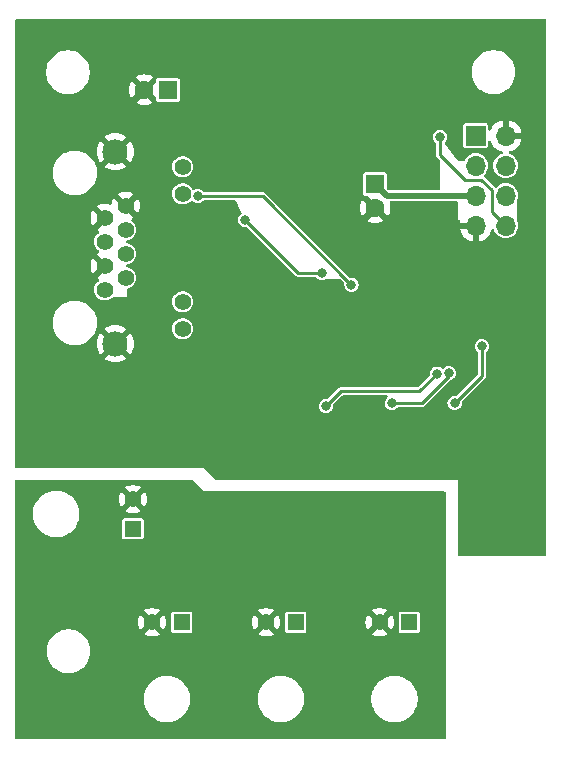
<source format=gbl>
G04 #@! TF.GenerationSoftware,KiCad,Pcbnew,8.0.8*
G04 #@! TF.CreationDate,2025-02-07T15:06:47+09:00*
G04 #@! TF.ProjectId,solenoid valve2020,736f6c65-6e6f-4696-9420-76616c766532,rev?*
G04 #@! TF.SameCoordinates,Original*
G04 #@! TF.FileFunction,Copper,L2,Bot*
G04 #@! TF.FilePolarity,Positive*
%FSLAX46Y46*%
G04 Gerber Fmt 4.6, Leading zero omitted, Abs format (unit mm)*
G04 Created by KiCad (PCBNEW 8.0.8) date 2025-02-07 15:06:47*
%MOMM*%
%LPD*%
G01*
G04 APERTURE LIST*
G04 #@! TA.AperFunction,ComponentPad*
%ADD10R,1.700000X1.700000*%
G04 #@! TD*
G04 #@! TA.AperFunction,ComponentPad*
%ADD11O,1.700000X1.700000*%
G04 #@! TD*
G04 #@! TA.AperFunction,ComponentPad*
%ADD12R,1.400000X1.400000*%
G04 #@! TD*
G04 #@! TA.AperFunction,ComponentPad*
%ADD13C,1.400000*%
G04 #@! TD*
G04 #@! TA.AperFunction,ComponentPad*
%ADD14R,1.600000X1.600000*%
G04 #@! TD*
G04 #@! TA.AperFunction,ComponentPad*
%ADD15C,1.600000*%
G04 #@! TD*
G04 #@! TA.AperFunction,ComponentPad*
%ADD16C,1.397000*%
G04 #@! TD*
G04 #@! TA.AperFunction,ComponentPad*
%ADD17C,2.133600*%
G04 #@! TD*
G04 #@! TA.AperFunction,ViaPad*
%ADD18C,0.800000*%
G04 #@! TD*
G04 #@! TA.AperFunction,Conductor*
%ADD19C,0.500000*%
G04 #@! TD*
G04 #@! TA.AperFunction,Conductor*
%ADD20C,0.250000*%
G04 #@! TD*
G04 APERTURE END LIST*
D10*
G04 #@! TO.P,JP1,1,1*
G04 #@! TO.N,/mcu/UART_RX*
X89519000Y-60380000D03*
D11*
G04 #@! TO.P,JP1,2,2*
G04 #@! TO.N,GNDIO*
X92059000Y-60380000D03*
G04 #@! TO.P,JP1,3,3*
G04 #@! TO.N,/mcu/UART_TX*
X89519000Y-62920000D03*
G04 #@! TO.P,JP1,4,4*
G04 #@! TO.N,/mcu/SWCLK*
X92059000Y-62920000D03*
G04 #@! TO.P,JP1,5,5*
G04 #@! TO.N,5V*
X89519000Y-65460000D03*
G04 #@! TO.P,JP1,6,6*
G04 #@! TO.N,/mcu/SWDIO*
X92059000Y-65460000D03*
G04 #@! TO.P,JP1,7,7*
G04 #@! TO.N,GNDIO*
X89519000Y-68000000D03*
G04 #@! TO.P,JP1,8,8*
G04 #@! TO.N,3v3*
X92059000Y-68000000D03*
G04 #@! TD*
D12*
G04 #@! TO.P,X0,1,1*
G04 #@! TO.N,Net-(D0-PadC)*
X64627000Y-101577000D03*
D13*
G04 #@! TO.P,X0,2,2*
G04 #@! TO.N,GND*
X62127000Y-101577000D03*
G04 #@! TD*
D14*
G04 #@! TO.P,C17,1,1*
G04 #@! TO.N,5V*
X81000000Y-64493000D03*
D15*
G04 #@! TO.P,C17,2,2*
G04 #@! TO.N,GNDIO*
X81000000Y-66493000D03*
G04 #@! TD*
D16*
G04 #@! TO.P,CN1,1,1*
G04 #@! TO.N,/can/CANH*
X58111000Y-73428000D03*
G04 #@! TO.P,CN1,2,2*
G04 #@! TO.N,/can/CANL*
X59889000Y-72412000D03*
G04 #@! TO.P,CN1,3,3*
G04 #@! TO.N,GNDIO*
X58111000Y-71396000D03*
G04 #@! TO.P,CN1,4,4*
G04 #@! TO.N,Net-(CN1-Pad4)*
X59889000Y-70380000D03*
G04 #@! TO.P,CN1,5,5*
X58111000Y-69364000D03*
G04 #@! TO.P,CN1,6,6*
G04 #@! TO.N,Net-(CN1-Pad6)*
X59889000Y-68348000D03*
G04 #@! TO.P,CN1,7,7*
G04 #@! TO.N,GNDIO*
X58111000Y-67332000D03*
G04 #@! TO.P,CN1,8,8*
X59889000Y-66316000D03*
G04 #@! TO.P,CN1,GA,A-G*
G04 #@! TO.N,+24V*
X64715000Y-76730000D03*
G04 #@! TO.P,CN1,GC,C-G*
G04 #@! TO.N,Net-(CN1-C-G)*
X64715000Y-74444000D03*
D17*
G04 #@! TO.P,CN1,M1,SHIELD*
G04 #@! TO.N,GNDIO*
X59000000Y-61744000D03*
G04 #@! TO.P,CN1,M2,SHIELD*
X59000000Y-78000000D03*
D16*
G04 #@! TO.P,CN1,YA,A-Y*
G04 #@! TO.N,LED_CAN*
X64715000Y-65300000D03*
G04 #@! TO.P,CN1,YC,C-Y*
G04 #@! TO.N,Net-(CN1-C-Y)*
X64715000Y-63014000D03*
G04 #@! TD*
D14*
G04 #@! TO.P,C14,1,1*
G04 #@! TO.N,+24V*
X63455113Y-56500000D03*
D15*
G04 #@! TO.P,C14,2,2*
G04 #@! TO.N,GNDIO*
X61455113Y-56500000D03*
G04 #@! TD*
D12*
G04 #@! TO.P,X2,1,1*
G04 #@! TO.N,Net-(D2-PadC)*
X83891000Y-101577000D03*
D13*
G04 #@! TO.P,X2,2,2*
G04 #@! TO.N,GND*
X81391000Y-101577000D03*
G04 #@! TD*
D12*
G04 #@! TO.P,X1,1,1*
G04 #@! TO.N,Net-(D1-PadC)*
X74279000Y-101577000D03*
D13*
G04 #@! TO.P,X1,2,2*
G04 #@! TO.N,GND*
X71779000Y-101577000D03*
G04 #@! TD*
D12*
G04 #@! TO.P,X3,1,1*
G04 #@! TO.N,VCC*
X60500000Y-93663000D03*
D13*
G04 #@! TO.P,X3,2,2*
G04 #@! TO.N,GND*
X60500000Y-91163000D03*
G04 #@! TD*
D18*
G04 #@! TO.N,GNDIO*
X65000000Y-52000000D03*
X66000000Y-75500000D03*
X93500000Y-75500000D03*
X77778287Y-70752981D03*
X52500000Y-60000000D03*
X93000000Y-80500000D03*
X79500000Y-78000000D03*
X88000000Y-84500000D03*
X95000000Y-87500000D03*
X52500000Y-79000000D03*
X82500000Y-84500000D03*
X52500000Y-52000000D03*
X92500000Y-85500000D03*
X68500000Y-63000000D03*
X72500000Y-64000000D03*
X55500000Y-85500000D03*
X62000000Y-87000000D03*
X83000000Y-81000000D03*
X70500000Y-82500000D03*
X75500000Y-56000000D03*
X88000000Y-57000000D03*
X87500000Y-88000000D03*
X74500000Y-53000000D03*
X81500000Y-51500000D03*
X66500000Y-87000000D03*
X94000000Y-52500000D03*
X92000000Y-94500000D03*
X81000000Y-54500000D03*
X83500000Y-63000000D03*
X94000000Y-57000000D03*
X89500000Y-94500000D03*
X83500000Y-51500000D03*
X71000000Y-55500000D03*
X52500000Y-74500000D03*
X85500000Y-84500000D03*
X94500000Y-64000000D03*
X67500000Y-70500000D03*
X73500000Y-82000000D03*
X63000000Y-78000000D03*
X52500000Y-70000000D03*
X75000000Y-73500000D03*
X80000000Y-84500000D03*
X88000000Y-52500000D03*
X67000000Y-68000000D03*
X67500000Y-60500000D03*
X72500000Y-72500000D03*
X52500000Y-65000000D03*
X94500000Y-94500000D03*
X55500000Y-81500000D03*
X90500000Y-70000000D03*
X59000000Y-52000000D03*
X73000000Y-89000000D03*
X79000000Y-89000000D03*
X76500000Y-76500000D03*
X90000000Y-85000000D03*
G04 #@! TO.N,3v3*
X86500000Y-60500000D03*
G04 #@! TO.N,SOLV0*
X86217000Y-80532000D03*
X76819000Y-83289000D03*
G04 #@! TO.N,SOLV1*
X87233000Y-80495000D03*
X82407000Y-83035000D03*
G04 #@! TO.N,SOLV2*
X90027000Y-78209000D03*
X87736347Y-83039653D03*
G04 #@! TO.N,~{EMS}*
X76500000Y-72000000D03*
X70000000Y-67500000D03*
G04 #@! TO.N,LED_CAN*
X79000000Y-73000000D03*
X66000000Y-65500000D03*
G04 #@! TO.N,GND*
X68000000Y-110000000D03*
X56500000Y-109500000D03*
X81500000Y-93000000D03*
X66500000Y-91500000D03*
X68000000Y-106500000D03*
X70000000Y-93000000D03*
X85500000Y-102500000D03*
X75500000Y-97500000D03*
X77500000Y-106500000D03*
X85000000Y-91000000D03*
X68500000Y-95500000D03*
X81500000Y-97500000D03*
X55000000Y-98000000D03*
X66500000Y-97500000D03*
X51500000Y-90500000D03*
X77500000Y-110000000D03*
X86000000Y-92000000D03*
X62500000Y-97500000D03*
X68000000Y-103000000D03*
X77500000Y-103000000D03*
X85500000Y-110000000D03*
X57000000Y-100000000D03*
X85500000Y-106500000D03*
X64000000Y-91500000D03*
X54500000Y-107000000D03*
X53000000Y-96000000D03*
X53000000Y-100000000D03*
X52500000Y-109500000D03*
X75500000Y-93000000D03*
X57000000Y-96000000D03*
G04 #@! TD*
D19*
G04 #@! TO.N,5V*
X89519000Y-65460000D02*
X81967000Y-65460000D01*
X81967000Y-65460000D02*
X81000000Y-64493000D01*
D20*
G04 #@! TO.N,3v3*
X90884000Y-64973299D02*
X90005701Y-64095000D01*
X88595000Y-64095000D02*
X86500000Y-62000000D01*
X92059000Y-68000000D02*
X90884000Y-66825000D01*
X90005701Y-64095000D02*
X88595000Y-64095000D01*
X86500000Y-62000000D02*
X86500000Y-60500000D01*
X90884000Y-66825000D02*
X90884000Y-64973299D01*
G04 #@! TO.N,SOLV0*
X84730000Y-82019000D02*
X78089000Y-82019000D01*
X86217000Y-80532000D02*
X84730000Y-82019000D01*
X78089000Y-82019000D02*
X76819000Y-83289000D01*
G04 #@! TO.N,SOLV1*
X87233000Y-80495000D02*
X87233000Y-80749000D01*
X84947000Y-83035000D02*
X82407000Y-83035000D01*
X87233000Y-80749000D02*
X84947000Y-83035000D01*
X87233000Y-80495000D02*
X87279305Y-80541305D01*
G04 #@! TO.N,SOLV2*
X87736347Y-83039653D02*
X90027000Y-80749000D01*
X90027000Y-80749000D02*
X90027000Y-78209000D01*
G04 #@! TO.N,~{EMS}*
X76500000Y-72000000D02*
X74500000Y-72000000D01*
X74500000Y-72000000D02*
X70000000Y-67500000D01*
G04 #@! TO.N,LED_CAN*
X71500000Y-65500000D02*
X66000000Y-65500000D01*
X79000000Y-73000000D02*
X71500000Y-65500000D01*
G04 #@! TD*
G04 #@! TA.AperFunction,Conductor*
G04 #@! TO.N,GNDIO*
G36*
X95443039Y-50519685D02*
G01*
X95488794Y-50572489D01*
X95500000Y-50624000D01*
X95500000Y-95876000D01*
X95480315Y-95943039D01*
X95427511Y-95988794D01*
X95376000Y-96000000D01*
X88124000Y-96000000D01*
X88056961Y-95980315D01*
X88011206Y-95927511D01*
X88000000Y-95876000D01*
X88000000Y-89500000D01*
X67551362Y-89500000D01*
X67484323Y-89480315D01*
X67463681Y-89463681D01*
X66500000Y-88500000D01*
X50624000Y-88500000D01*
X50556961Y-88480315D01*
X50511206Y-88427511D01*
X50500000Y-88376000D01*
X50500000Y-83288998D01*
X76213318Y-83288998D01*
X76213318Y-83289001D01*
X76233955Y-83445760D01*
X76233956Y-83445762D01*
X76294464Y-83591841D01*
X76390718Y-83717282D01*
X76516159Y-83813536D01*
X76662238Y-83874044D01*
X76740619Y-83884363D01*
X76818999Y-83894682D01*
X76819000Y-83894682D01*
X76819001Y-83894682D01*
X76871254Y-83887802D01*
X76975762Y-83874044D01*
X77121841Y-83813536D01*
X77247282Y-83717282D01*
X77343536Y-83591841D01*
X77404044Y-83445762D01*
X77424682Y-83289000D01*
X77415753Y-83221181D01*
X77426518Y-83152146D01*
X77451008Y-83117317D01*
X78187508Y-82380819D01*
X78248831Y-82347334D01*
X78275189Y-82344500D01*
X81955155Y-82344500D01*
X82022194Y-82364185D01*
X82067949Y-82416989D01*
X82077893Y-82486147D01*
X82048868Y-82549703D01*
X82030645Y-82566872D01*
X81978718Y-82606718D01*
X81882463Y-82732160D01*
X81821956Y-82878237D01*
X81821955Y-82878239D01*
X81801318Y-83034998D01*
X81801318Y-83035001D01*
X81821955Y-83191760D01*
X81821956Y-83191762D01*
X81862232Y-83288998D01*
X81882464Y-83337841D01*
X81978718Y-83463282D01*
X82104159Y-83559536D01*
X82250238Y-83620044D01*
X82328619Y-83630363D01*
X82406999Y-83640682D01*
X82407000Y-83640682D01*
X82407001Y-83640682D01*
X82459254Y-83633802D01*
X82563762Y-83620044D01*
X82709841Y-83559536D01*
X82835282Y-83463282D01*
X82876923Y-83409013D01*
X82933351Y-83367811D01*
X82975299Y-83360500D01*
X84989851Y-83360500D01*
X84989853Y-83360500D01*
X85072639Y-83338318D01*
X85146862Y-83295465D01*
X85402676Y-83039651D01*
X87130665Y-83039651D01*
X87130665Y-83039654D01*
X87151302Y-83196413D01*
X87151303Y-83196415D01*
X87209883Y-83337841D01*
X87211811Y-83342494D01*
X87308065Y-83467935D01*
X87433506Y-83564189D01*
X87579585Y-83624697D01*
X87657966Y-83635016D01*
X87736346Y-83645335D01*
X87736347Y-83645335D01*
X87736348Y-83645335D01*
X87788601Y-83638455D01*
X87893109Y-83624697D01*
X88039188Y-83564189D01*
X88164629Y-83467935D01*
X88260883Y-83342494D01*
X88321391Y-83196415D01*
X88342029Y-83039653D01*
X88341416Y-83035000D01*
X88333100Y-82971833D01*
X88343865Y-82902798D01*
X88368355Y-82867969D01*
X90216652Y-81019673D01*
X90216657Y-81019669D01*
X90226860Y-81009465D01*
X90226862Y-81009465D01*
X90287465Y-80948862D01*
X90330318Y-80874638D01*
X90332417Y-80866805D01*
X90352501Y-80791852D01*
X90352501Y-80706147D01*
X90352501Y-80698552D01*
X90352500Y-80698534D01*
X90352500Y-78777298D01*
X90372185Y-78710259D01*
X90401010Y-78678925D01*
X90455282Y-78637282D01*
X90551536Y-78511841D01*
X90612044Y-78365762D01*
X90632682Y-78209000D01*
X90612044Y-78052238D01*
X90551536Y-77906159D01*
X90455282Y-77780718D01*
X90329841Y-77684464D01*
X90183762Y-77623956D01*
X90183760Y-77623955D01*
X90027001Y-77603318D01*
X90026999Y-77603318D01*
X89870239Y-77623955D01*
X89870237Y-77623956D01*
X89724160Y-77684463D01*
X89598718Y-77780718D01*
X89502463Y-77906160D01*
X89441956Y-78052237D01*
X89441955Y-78052239D01*
X89421318Y-78208998D01*
X89421318Y-78209001D01*
X89441955Y-78365760D01*
X89441956Y-78365762D01*
X89502464Y-78511841D01*
X89598718Y-78637282D01*
X89652987Y-78678924D01*
X89694189Y-78735349D01*
X89701500Y-78777298D01*
X89701500Y-80562811D01*
X89681815Y-80629850D01*
X89665181Y-80650492D01*
X87908031Y-82407641D01*
X87846708Y-82441126D01*
X87804165Y-82442899D01*
X87736348Y-82433971D01*
X87736346Y-82433971D01*
X87579586Y-82454608D01*
X87579584Y-82454609D01*
X87433507Y-82515116D01*
X87308065Y-82611371D01*
X87211810Y-82736813D01*
X87151303Y-82882890D01*
X87151302Y-82882892D01*
X87130665Y-83039651D01*
X85402676Y-83039651D01*
X87328731Y-81113594D01*
X87384322Y-81081501D01*
X87389754Y-81080044D01*
X87389762Y-81080044D01*
X87535841Y-81019536D01*
X87661282Y-80923282D01*
X87757536Y-80797841D01*
X87818044Y-80651762D01*
X87838682Y-80495000D01*
X87818044Y-80338238D01*
X87757536Y-80192159D01*
X87661282Y-80066718D01*
X87535841Y-79970464D01*
X87479085Y-79946955D01*
X87389762Y-79909956D01*
X87389760Y-79909955D01*
X87233001Y-79889318D01*
X87232999Y-79889318D01*
X87076239Y-79909955D01*
X87076237Y-79909956D01*
X86930160Y-79970463D01*
X86804713Y-80066722D01*
X86803245Y-80068636D01*
X86801593Y-80069841D01*
X86798967Y-80072468D01*
X86798557Y-80072058D01*
X86746816Y-80109836D01*
X86677069Y-80113988D01*
X86629387Y-80091521D01*
X86519842Y-80007464D01*
X86373762Y-79946956D01*
X86373760Y-79946955D01*
X86217001Y-79926318D01*
X86216999Y-79926318D01*
X86060239Y-79946955D01*
X86060237Y-79946956D01*
X85914160Y-80007463D01*
X85788718Y-80103718D01*
X85692463Y-80229160D01*
X85631956Y-80375237D01*
X85631955Y-80375239D01*
X85611318Y-80531998D01*
X85611318Y-80532001D01*
X85620246Y-80599818D01*
X85609480Y-80668853D01*
X85584988Y-80703684D01*
X84631492Y-81657181D01*
X84570169Y-81690666D01*
X84543811Y-81693500D01*
X78046147Y-81693500D01*
X77963359Y-81715682D01*
X77889138Y-81758535D01*
X77889135Y-81758537D01*
X76990683Y-82656988D01*
X76929360Y-82690473D01*
X76886817Y-82692246D01*
X76819001Y-82683318D01*
X76818999Y-82683318D01*
X76662239Y-82703955D01*
X76662237Y-82703956D01*
X76516160Y-82764463D01*
X76390718Y-82860718D01*
X76294463Y-82986160D01*
X76233956Y-83132237D01*
X76233955Y-83132239D01*
X76213318Y-83288998D01*
X50500000Y-83288998D01*
X50500000Y-76099026D01*
X53694900Y-76099026D01*
X53694900Y-76344973D01*
X53727000Y-76588791D01*
X53790654Y-76826350D01*
X53884765Y-77053554D01*
X53884767Y-77053558D01*
X54007733Y-77266541D01*
X54007736Y-77266546D01*
X54007738Y-77266548D01*
X54157445Y-77461651D01*
X54157451Y-77461658D01*
X54331341Y-77635548D01*
X54331348Y-77635554D01*
X54526451Y-77785261D01*
X54526459Y-77785267D01*
X54739442Y-77908233D01*
X54966654Y-78002347D01*
X55204206Y-78065999D01*
X55448034Y-78098100D01*
X55448041Y-78098100D01*
X55693959Y-78098100D01*
X55693966Y-78098100D01*
X55937794Y-78065999D01*
X56175346Y-78002347D01*
X56181012Y-78000000D01*
X57428355Y-78000000D01*
X57447705Y-78245862D01*
X57505276Y-78485664D01*
X57599653Y-78713512D01*
X57726287Y-78920159D01*
X58274356Y-78372089D01*
X58279706Y-78385005D01*
X58368657Y-78518130D01*
X58481870Y-78631343D01*
X58614995Y-78720294D01*
X58627908Y-78725643D01*
X58079839Y-79273711D01*
X58286487Y-79400346D01*
X58514335Y-79494723D01*
X58754137Y-79552294D01*
X59000000Y-79571644D01*
X59245862Y-79552294D01*
X59485664Y-79494723D01*
X59713512Y-79400346D01*
X59920159Y-79273711D01*
X59372090Y-78725643D01*
X59385005Y-78720294D01*
X59518130Y-78631343D01*
X59631343Y-78518130D01*
X59720294Y-78385005D01*
X59725643Y-78372090D01*
X60273711Y-78920159D01*
X60400346Y-78713512D01*
X60494723Y-78485664D01*
X60552294Y-78245862D01*
X60571644Y-78000000D01*
X60552294Y-77754137D01*
X60494723Y-77514335D01*
X60400346Y-77286487D01*
X60273711Y-77079839D01*
X59725642Y-77627908D01*
X59720294Y-77614995D01*
X59631343Y-77481870D01*
X59518130Y-77368657D01*
X59385005Y-77279706D01*
X59372089Y-77274356D01*
X59916446Y-76730000D01*
X63811048Y-76730000D01*
X63830802Y-76917943D01*
X63830803Y-76917946D01*
X63889199Y-77097671D01*
X63889200Y-77097673D01*
X63983684Y-77261326D01*
X63983685Y-77261328D01*
X63983687Y-77261330D01*
X64110138Y-77401767D01*
X64110141Y-77401769D01*
X64263019Y-77512842D01*
X64263020Y-77512842D01*
X64263024Y-77512845D01*
X64403817Y-77575530D01*
X64435658Y-77589707D01*
X64435663Y-77589709D01*
X64620511Y-77629000D01*
X64809489Y-77629000D01*
X64994337Y-77589709D01*
X65166976Y-77512845D01*
X65319862Y-77401767D01*
X65446313Y-77261330D01*
X65540801Y-77097670D01*
X65599198Y-76917942D01*
X65618952Y-76730000D01*
X65599198Y-76542058D01*
X65540801Y-76362330D01*
X65446313Y-76198670D01*
X65319862Y-76058233D01*
X65319858Y-76058230D01*
X65166980Y-75947157D01*
X65166977Y-75947155D01*
X65166976Y-75947155D01*
X65104289Y-75919245D01*
X64994341Y-75870292D01*
X64994336Y-75870290D01*
X64809489Y-75831000D01*
X64620511Y-75831000D01*
X64435663Y-75870290D01*
X64435658Y-75870292D01*
X64263024Y-75947155D01*
X64263019Y-75947157D01*
X64110141Y-76058230D01*
X63983684Y-76198673D01*
X63889200Y-76362326D01*
X63889199Y-76362328D01*
X63830803Y-76542053D01*
X63830802Y-76542056D01*
X63811048Y-76730000D01*
X59916446Y-76730000D01*
X59920159Y-76726287D01*
X59713512Y-76599653D01*
X59485664Y-76505276D01*
X59245862Y-76447705D01*
X59000000Y-76428355D01*
X58754137Y-76447705D01*
X58514335Y-76505276D01*
X58286495Y-76599650D01*
X58286490Y-76599653D01*
X58079839Y-76726287D01*
X58627909Y-77274356D01*
X58614995Y-77279706D01*
X58481870Y-77368657D01*
X58368657Y-77481870D01*
X58279706Y-77614995D01*
X58274356Y-77627909D01*
X57726287Y-77079839D01*
X57599653Y-77286490D01*
X57599650Y-77286495D01*
X57505276Y-77514335D01*
X57447705Y-77754137D01*
X57428355Y-78000000D01*
X56181012Y-78000000D01*
X56402558Y-77908233D01*
X56615541Y-77785267D01*
X56810653Y-77635553D01*
X56984553Y-77461653D01*
X57134267Y-77266541D01*
X57257233Y-77053558D01*
X57351347Y-76826346D01*
X57414999Y-76588794D01*
X57447100Y-76344966D01*
X57447100Y-76099034D01*
X57414999Y-75855206D01*
X57351347Y-75617654D01*
X57257233Y-75390442D01*
X57134267Y-75177459D01*
X56984553Y-74982347D01*
X56984548Y-74982341D01*
X56810658Y-74808451D01*
X56810651Y-74808445D01*
X56615548Y-74658738D01*
X56615546Y-74658736D01*
X56615541Y-74658733D01*
X56402558Y-74535767D01*
X56402554Y-74535765D01*
X56181014Y-74444000D01*
X63811048Y-74444000D01*
X63830802Y-74631943D01*
X63830803Y-74631946D01*
X63889199Y-74811671D01*
X63889200Y-74811673D01*
X63983684Y-74975326D01*
X63983685Y-74975328D01*
X63983687Y-74975330D01*
X64110138Y-75115767D01*
X64110141Y-75115769D01*
X64263019Y-75226842D01*
X64263020Y-75226842D01*
X64263024Y-75226845D01*
X64403817Y-75289530D01*
X64435658Y-75303707D01*
X64435663Y-75303709D01*
X64620511Y-75343000D01*
X64809489Y-75343000D01*
X64994337Y-75303709D01*
X65166976Y-75226845D01*
X65319862Y-75115767D01*
X65446313Y-74975330D01*
X65540801Y-74811670D01*
X65599198Y-74631942D01*
X65618952Y-74444000D01*
X65599198Y-74256058D01*
X65540801Y-74076330D01*
X65496732Y-74000000D01*
X65446315Y-73912673D01*
X65446314Y-73912672D01*
X65446313Y-73912670D01*
X65319862Y-73772233D01*
X65319858Y-73772230D01*
X65166980Y-73661157D01*
X65166977Y-73661155D01*
X65166976Y-73661155D01*
X65104289Y-73633245D01*
X64994341Y-73584292D01*
X64994336Y-73584290D01*
X64809489Y-73545000D01*
X64620511Y-73545000D01*
X64435663Y-73584290D01*
X64435658Y-73584292D01*
X64263024Y-73661155D01*
X64263019Y-73661157D01*
X64110141Y-73772230D01*
X64110138Y-73772232D01*
X64110138Y-73772233D01*
X64046912Y-73842451D01*
X63983684Y-73912673D01*
X63889200Y-74076326D01*
X63889199Y-74076328D01*
X63830803Y-74256053D01*
X63830802Y-74256056D01*
X63811048Y-74444000D01*
X56181014Y-74444000D01*
X56175350Y-74441654D01*
X55937791Y-74378000D01*
X55693973Y-74345900D01*
X55693966Y-74345900D01*
X55448034Y-74345900D01*
X55448026Y-74345900D01*
X55204208Y-74378000D01*
X54966649Y-74441654D01*
X54739445Y-74535765D01*
X54739441Y-74535767D01*
X54611152Y-74609835D01*
X54526459Y-74658733D01*
X54526456Y-74658734D01*
X54526451Y-74658738D01*
X54331348Y-74808445D01*
X54331341Y-74808451D01*
X54157451Y-74982341D01*
X54157445Y-74982348D01*
X54007738Y-75177451D01*
X53884767Y-75390441D01*
X53884765Y-75390445D01*
X53790654Y-75617649D01*
X53727000Y-75855208D01*
X53694900Y-76099026D01*
X50500000Y-76099026D01*
X50500000Y-67331999D01*
X56907366Y-67331999D01*
X56907366Y-67332000D01*
X56927859Y-67553166D01*
X56927860Y-67553168D01*
X56988643Y-67766798D01*
X56988649Y-67766813D01*
X57087646Y-67965626D01*
X57087651Y-67965634D01*
X57103209Y-67986235D01*
X57673352Y-67416093D01*
X57696792Y-67503571D01*
X57755311Y-67604930D01*
X57838070Y-67687689D01*
X57939429Y-67746208D01*
X58026904Y-67769647D01*
X57458761Y-68337790D01*
X57458762Y-68337791D01*
X57574490Y-68409447D01*
X57579631Y-68412007D01*
X57578731Y-68413813D01*
X57626991Y-68450896D01*
X57650582Y-68516662D01*
X57634872Y-68584743D01*
X57599682Y-68624269D01*
X57506139Y-68692232D01*
X57379684Y-68832673D01*
X57285200Y-68996326D01*
X57285199Y-68996328D01*
X57226803Y-69176053D01*
X57226802Y-69176056D01*
X57207048Y-69364000D01*
X57226802Y-69551943D01*
X57226803Y-69551946D01*
X57285199Y-69731671D01*
X57285200Y-69731673D01*
X57379684Y-69895326D01*
X57379685Y-69895328D01*
X57379687Y-69895330D01*
X57506138Y-70035767D01*
X57506141Y-70035769D01*
X57599681Y-70103730D01*
X57642347Y-70159060D01*
X57648326Y-70228673D01*
X57615720Y-70290468D01*
X57579018Y-70314771D01*
X57579628Y-70315995D01*
X57574496Y-70318550D01*
X57458761Y-70390208D01*
X58026905Y-70958352D01*
X57939429Y-70981792D01*
X57838070Y-71040311D01*
X57755311Y-71123070D01*
X57696792Y-71224429D01*
X57673352Y-71311905D01*
X57103210Y-70741762D01*
X57087651Y-70762367D01*
X57087646Y-70762374D01*
X56988649Y-70961186D01*
X56988643Y-70961201D01*
X56927860Y-71174831D01*
X56927859Y-71174833D01*
X56907366Y-71395999D01*
X56907366Y-71396000D01*
X56927859Y-71617166D01*
X56927860Y-71617168D01*
X56988643Y-71830798D01*
X56988649Y-71830813D01*
X57087646Y-72029626D01*
X57087651Y-72029634D01*
X57103209Y-72050235D01*
X57673352Y-71480093D01*
X57696792Y-71567571D01*
X57755311Y-71668930D01*
X57838070Y-71751689D01*
X57939429Y-71810208D01*
X58026904Y-71833647D01*
X57458761Y-72401790D01*
X57458762Y-72401791D01*
X57574490Y-72473447D01*
X57579631Y-72476007D01*
X57578731Y-72477813D01*
X57626991Y-72514896D01*
X57650582Y-72580662D01*
X57634872Y-72648743D01*
X57599682Y-72688269D01*
X57506139Y-72756232D01*
X57379684Y-72896673D01*
X57285200Y-73060326D01*
X57285199Y-73060328D01*
X57226803Y-73240053D01*
X57226802Y-73240056D01*
X57207048Y-73428000D01*
X57226802Y-73615943D01*
X57226803Y-73615946D01*
X57285199Y-73795671D01*
X57285200Y-73795673D01*
X57379684Y-73959326D01*
X57379685Y-73959328D01*
X57379687Y-73959330D01*
X57506138Y-74099767D01*
X57506141Y-74099769D01*
X57659019Y-74210842D01*
X57659020Y-74210842D01*
X57659024Y-74210845D01*
X57760574Y-74256058D01*
X57831658Y-74287707D01*
X57831663Y-74287709D01*
X58016511Y-74327000D01*
X58205489Y-74327000D01*
X58390337Y-74287709D01*
X58562976Y-74210845D01*
X58715862Y-74099767D01*
X58768751Y-74041027D01*
X58828238Y-74004379D01*
X58860901Y-74000000D01*
X60000000Y-74000000D01*
X60000000Y-73407903D01*
X60019685Y-73340864D01*
X60072489Y-73295109D01*
X60098219Y-73286613D01*
X60102780Y-73285643D01*
X60168337Y-73271709D01*
X60340976Y-73194845D01*
X60493862Y-73083767D01*
X60620313Y-72943330D01*
X60714801Y-72779670D01*
X60773198Y-72599942D01*
X60792952Y-72412000D01*
X60773198Y-72224058D01*
X60714801Y-72044330D01*
X60706316Y-72029634D01*
X60620315Y-71880673D01*
X60620314Y-71880672D01*
X60620313Y-71880670D01*
X60493862Y-71740233D01*
X60493858Y-71740230D01*
X60340980Y-71629157D01*
X60340977Y-71629155D01*
X60340976Y-71629155D01*
X60252031Y-71589554D01*
X60168341Y-71552292D01*
X60168336Y-71552290D01*
X60029402Y-71522759D01*
X60003670Y-71517289D01*
X59942189Y-71484098D01*
X59908413Y-71422935D01*
X59913065Y-71353220D01*
X59954670Y-71297088D01*
X60003670Y-71274710D01*
X60168337Y-71239709D01*
X60340976Y-71162845D01*
X60493862Y-71051767D01*
X60620313Y-70911330D01*
X60714801Y-70747670D01*
X60773198Y-70567942D01*
X60792952Y-70380000D01*
X60773198Y-70192058D01*
X60714801Y-70012330D01*
X60620313Y-69848670D01*
X60493862Y-69708233D01*
X60493858Y-69708230D01*
X60340980Y-69597157D01*
X60340977Y-69597155D01*
X60340976Y-69597155D01*
X60278289Y-69569245D01*
X60168341Y-69520292D01*
X60168336Y-69520290D01*
X60029402Y-69490759D01*
X60003670Y-69485289D01*
X59942189Y-69452098D01*
X59908413Y-69390935D01*
X59913065Y-69321220D01*
X59954670Y-69265088D01*
X60003670Y-69242710D01*
X60168337Y-69207709D01*
X60340976Y-69130845D01*
X60493862Y-69019767D01*
X60620313Y-68879330D01*
X60714801Y-68715670D01*
X60773198Y-68535942D01*
X60792952Y-68348000D01*
X60773198Y-68160058D01*
X60714801Y-67980330D01*
X60706316Y-67965634D01*
X60620315Y-67816673D01*
X60620314Y-67816672D01*
X60620313Y-67816670D01*
X60493862Y-67676233D01*
X60493858Y-67676230D01*
X60400318Y-67608269D01*
X60357652Y-67552939D01*
X60351673Y-67483326D01*
X60384279Y-67421531D01*
X60420987Y-67397239D01*
X60420373Y-67396005D01*
X60425506Y-67393448D01*
X60541237Y-67321790D01*
X59973093Y-66753647D01*
X60060571Y-66730208D01*
X60161930Y-66671689D01*
X60244689Y-66588930D01*
X60303208Y-66487571D01*
X60326647Y-66400094D01*
X60896788Y-66970235D01*
X60896789Y-66970235D01*
X60912349Y-66949632D01*
X60912350Y-66949629D01*
X61011350Y-66750813D01*
X61011356Y-66750798D01*
X61072139Y-66537168D01*
X61072140Y-66537166D01*
X61092634Y-66316000D01*
X61092634Y-66315999D01*
X61072140Y-66094833D01*
X61072139Y-66094831D01*
X61011356Y-65881201D01*
X61011350Y-65881186D01*
X60912351Y-65682370D01*
X60912349Y-65682367D01*
X60896788Y-65661762D01*
X60326647Y-66231904D01*
X60303208Y-66144429D01*
X60244689Y-66043070D01*
X60161930Y-65960311D01*
X60060571Y-65901792D01*
X59973094Y-65878352D01*
X60541237Y-65310208D01*
X60541236Y-65310207D01*
X60524751Y-65300000D01*
X63811048Y-65300000D01*
X63830802Y-65487943D01*
X63830803Y-65487946D01*
X63889199Y-65667671D01*
X63889200Y-65667673D01*
X63983684Y-65831326D01*
X63983685Y-65831328D01*
X63983687Y-65831330D01*
X64110138Y-65971767D01*
X64110141Y-65971769D01*
X64263019Y-66082842D01*
X64263020Y-66082842D01*
X64263024Y-66082845D01*
X64376797Y-66133500D01*
X64435658Y-66159707D01*
X64435663Y-66159709D01*
X64620511Y-66199000D01*
X64809489Y-66199000D01*
X64994337Y-66159709D01*
X65166976Y-66082845D01*
X65319862Y-65971767D01*
X65374092Y-65911538D01*
X65433576Y-65874891D01*
X65503433Y-65876221D01*
X65561482Y-65915108D01*
X65564607Y-65919014D01*
X65571718Y-65928282D01*
X65697159Y-66024536D01*
X65843238Y-66085044D01*
X65903670Y-66093000D01*
X65999999Y-66105682D01*
X66000000Y-66105682D01*
X66000001Y-66105682D01*
X66052254Y-66098802D01*
X66156762Y-66085044D01*
X66302841Y-66024536D01*
X66428282Y-65928282D01*
X66469923Y-65874013D01*
X66526351Y-65832811D01*
X66568299Y-65825500D01*
X69086114Y-65825500D01*
X69153153Y-65845185D01*
X69197023Y-65894046D01*
X69680715Y-66861432D01*
X69693090Y-66930197D01*
X69666322Y-66994736D01*
X69645293Y-67015261D01*
X69571720Y-67071715D01*
X69475463Y-67197160D01*
X69414956Y-67343237D01*
X69414955Y-67343239D01*
X69394318Y-67499998D01*
X69394318Y-67500000D01*
X69414955Y-67656760D01*
X69414956Y-67656762D01*
X69453576Y-67750000D01*
X69475464Y-67802841D01*
X69571718Y-67928282D01*
X69697159Y-68024536D01*
X69843238Y-68085044D01*
X69871548Y-68088771D01*
X69999999Y-68105682D01*
X69999999Y-68105681D01*
X70000000Y-68105682D01*
X70067817Y-68096753D01*
X70136852Y-68107518D01*
X70171684Y-68132011D01*
X74300138Y-72260465D01*
X74374361Y-72303318D01*
X74457147Y-72325500D01*
X74542853Y-72325500D01*
X75931701Y-72325500D01*
X75998740Y-72345185D01*
X76030077Y-72374014D01*
X76061492Y-72414956D01*
X76071718Y-72428282D01*
X76197159Y-72524536D01*
X76343238Y-72585044D01*
X76421619Y-72595363D01*
X76499999Y-72605682D01*
X76500000Y-72605682D01*
X76500001Y-72605682D01*
X76552254Y-72598802D01*
X76656762Y-72585044D01*
X76802841Y-72524536D01*
X76842008Y-72494481D01*
X76907177Y-72469287D01*
X76975622Y-72483325D01*
X76995850Y-72498280D01*
X77000000Y-72500000D01*
X77988312Y-72500000D01*
X78055351Y-72519685D01*
X78075993Y-72536319D01*
X78367988Y-72828314D01*
X78401473Y-72889637D01*
X78403246Y-72932179D01*
X78394318Y-72999997D01*
X78394318Y-73000001D01*
X78414955Y-73156760D01*
X78414956Y-73156762D01*
X78449457Y-73240056D01*
X78475464Y-73302841D01*
X78571718Y-73428282D01*
X78697159Y-73524536D01*
X78843238Y-73585044D01*
X78921619Y-73595363D01*
X78999999Y-73605682D01*
X79000000Y-73605682D01*
X79000001Y-73605682D01*
X79052254Y-73598802D01*
X79156762Y-73585044D01*
X79302841Y-73524536D01*
X79428282Y-73428282D01*
X79524536Y-73302841D01*
X79585044Y-73156762D01*
X79605682Y-73000000D01*
X79585044Y-72843238D01*
X79524536Y-72697159D01*
X79428282Y-72571718D01*
X79302841Y-72475464D01*
X79287928Y-72469287D01*
X79156762Y-72414956D01*
X79156760Y-72414955D01*
X79000001Y-72394318D01*
X78999997Y-72394318D01*
X78932179Y-72403246D01*
X78863144Y-72392480D01*
X78828314Y-72367988D01*
X72953324Y-66492997D01*
X79695034Y-66492997D01*
X79695034Y-66493002D01*
X79714858Y-66719599D01*
X79714860Y-66719610D01*
X79773730Y-66939317D01*
X79773735Y-66939331D01*
X79869863Y-67145478D01*
X79920974Y-67218472D01*
X80600000Y-66539446D01*
X80600000Y-66545661D01*
X80627259Y-66647394D01*
X80679920Y-66738606D01*
X80754394Y-66813080D01*
X80845606Y-66865741D01*
X80947339Y-66893000D01*
X80953553Y-66893000D01*
X80274526Y-67572025D01*
X80347513Y-67623132D01*
X80347521Y-67623136D01*
X80553668Y-67719264D01*
X80553682Y-67719269D01*
X80773389Y-67778139D01*
X80773400Y-67778141D01*
X80999998Y-67797966D01*
X81000002Y-67797966D01*
X81226599Y-67778141D01*
X81226610Y-67778139D01*
X81446317Y-67719269D01*
X81446331Y-67719264D01*
X81652478Y-67623136D01*
X81725471Y-67572024D01*
X81046447Y-66893000D01*
X81052661Y-66893000D01*
X81154394Y-66865741D01*
X81245606Y-66813080D01*
X81320080Y-66738606D01*
X81372741Y-66647394D01*
X81400000Y-66545661D01*
X81400000Y-66539446D01*
X82079024Y-67218471D01*
X82130136Y-67145478D01*
X82226264Y-66939331D01*
X82226269Y-66939317D01*
X82285139Y-66719610D01*
X82285141Y-66719599D01*
X82304966Y-66493002D01*
X82304966Y-66492997D01*
X82285141Y-66266400D01*
X82285140Y-66266393D01*
X82231604Y-66066594D01*
X82233267Y-65996744D01*
X82272429Y-65938881D01*
X82336658Y-65911377D01*
X82351379Y-65910500D01*
X87876000Y-65910500D01*
X87943039Y-65930185D01*
X87988794Y-65982989D01*
X88000000Y-66034500D01*
X88000000Y-67500000D01*
X88093752Y-67500000D01*
X88160791Y-67519685D01*
X88206546Y-67572489D01*
X88216490Y-67641647D01*
X88213527Y-67656094D01*
X88188364Y-67749999D01*
X88188364Y-67750000D01*
X89085988Y-67750000D01*
X89053075Y-67807007D01*
X89019000Y-67934174D01*
X89019000Y-68065826D01*
X89053075Y-68192993D01*
X89085988Y-68250000D01*
X88188364Y-68250000D01*
X88245567Y-68463486D01*
X88245570Y-68463492D01*
X88345399Y-68677578D01*
X88480894Y-68871082D01*
X88647917Y-69038105D01*
X88841421Y-69173600D01*
X89055507Y-69273429D01*
X89055516Y-69273433D01*
X89269000Y-69330634D01*
X89269000Y-68433012D01*
X89326007Y-68465925D01*
X89453174Y-68500000D01*
X89584826Y-68500000D01*
X89711993Y-68465925D01*
X89769000Y-68433012D01*
X89769000Y-69330633D01*
X89982483Y-69273433D01*
X89982492Y-69273429D01*
X90196578Y-69173600D01*
X90390082Y-69038105D01*
X90557105Y-68871082D01*
X90692600Y-68677578D01*
X90792429Y-68463492D01*
X90792433Y-68463483D01*
X90825158Y-68341350D01*
X90861522Y-68281690D01*
X90924369Y-68251160D01*
X90993745Y-68259454D01*
X91047623Y-68303939D01*
X91063593Y-68337447D01*
X91083768Y-68403954D01*
X91181315Y-68586450D01*
X91181317Y-68586452D01*
X91312589Y-68746410D01*
X91409209Y-68825702D01*
X91472550Y-68877685D01*
X91655046Y-68975232D01*
X91853066Y-69035300D01*
X91853065Y-69035300D01*
X91871529Y-69037118D01*
X92059000Y-69055583D01*
X92264934Y-69035300D01*
X92462954Y-68975232D01*
X92645450Y-68877685D01*
X92805410Y-68746410D01*
X92936685Y-68586450D01*
X93034232Y-68403954D01*
X93094300Y-68205934D01*
X93114583Y-68000000D01*
X93094300Y-67794066D01*
X93034232Y-67596046D01*
X93014641Y-67559395D01*
X93000000Y-67500942D01*
X93000000Y-65959058D01*
X93014642Y-65900604D01*
X93025021Y-65881186D01*
X93034232Y-65863954D01*
X93094300Y-65665934D01*
X93114583Y-65460000D01*
X93094300Y-65254066D01*
X93034232Y-65056046D01*
X92936685Y-64873550D01*
X92853657Y-64772379D01*
X92805410Y-64713589D01*
X92645452Y-64582317D01*
X92645453Y-64582317D01*
X92645450Y-64582315D01*
X92462954Y-64484768D01*
X92264934Y-64424700D01*
X92264932Y-64424699D01*
X92264934Y-64424699D01*
X92059000Y-64404417D01*
X91853067Y-64424699D01*
X91655043Y-64484769D01*
X91472546Y-64582317D01*
X91312587Y-64713592D01*
X91296623Y-64733045D01*
X91238877Y-64772379D01*
X91169033Y-64774250D01*
X91113089Y-64742061D01*
X90236938Y-63865910D01*
X90203453Y-63804587D01*
X90208437Y-63734895D01*
X90245953Y-63682376D01*
X90265410Y-63666410D01*
X90396685Y-63506450D01*
X90494232Y-63323954D01*
X90554300Y-63125934D01*
X90574583Y-62920000D01*
X90554300Y-62714066D01*
X90494232Y-62516046D01*
X90396685Y-62333550D01*
X90344702Y-62270209D01*
X90265410Y-62173589D01*
X90147677Y-62076969D01*
X90105450Y-62042315D01*
X89922954Y-61944768D01*
X89724934Y-61884700D01*
X89724932Y-61884699D01*
X89724934Y-61884699D01*
X89519000Y-61864417D01*
X89313067Y-61884699D01*
X89137692Y-61937898D01*
X89115050Y-61944767D01*
X89115043Y-61944769D01*
X89047102Y-61981085D01*
X88932550Y-62042315D01*
X88932548Y-62042316D01*
X88932547Y-62042317D01*
X88772589Y-62173589D01*
X88641315Y-62333549D01*
X88641310Y-62333555D01*
X88587380Y-62434453D01*
X88538418Y-62484298D01*
X88478022Y-62500000D01*
X88062000Y-62500000D01*
X87994961Y-62480315D01*
X87962800Y-62450400D01*
X86930577Y-61074102D01*
X86906101Y-61008660D01*
X86920891Y-60940373D01*
X86931398Y-60924221D01*
X87024536Y-60802841D01*
X87085044Y-60656762D01*
X87105682Y-60500000D01*
X87085044Y-60343238D01*
X87024536Y-60197159D01*
X86928282Y-60071718D01*
X86802841Y-59975464D01*
X86656762Y-59914956D01*
X86656760Y-59914955D01*
X86500001Y-59894318D01*
X86499999Y-59894318D01*
X86343239Y-59914955D01*
X86343237Y-59914956D01*
X86197160Y-59975463D01*
X86071718Y-60071718D01*
X85975463Y-60197160D01*
X85914956Y-60343237D01*
X85914955Y-60343239D01*
X85894318Y-60499998D01*
X85894318Y-60500001D01*
X85914955Y-60656760D01*
X85914956Y-60656762D01*
X85975464Y-60802841D01*
X86071718Y-60928282D01*
X86125987Y-60969924D01*
X86167189Y-61026349D01*
X86174500Y-61068298D01*
X86174500Y-62042852D01*
X86196682Y-62125640D01*
X86198625Y-62129005D01*
X86239535Y-62199862D01*
X86239537Y-62199864D01*
X86463681Y-62424008D01*
X86497166Y-62485331D01*
X86500000Y-62511689D01*
X86500000Y-64885500D01*
X86480315Y-64952539D01*
X86427511Y-64998294D01*
X86376000Y-65009500D01*
X82204965Y-65009500D01*
X82137926Y-64989815D01*
X82117284Y-64973181D01*
X82036819Y-64892716D01*
X82003334Y-64831393D01*
X82000500Y-64805035D01*
X82000500Y-63673249D01*
X82000499Y-63673247D01*
X81988868Y-63614770D01*
X81988867Y-63614769D01*
X81944552Y-63548447D01*
X81878230Y-63504132D01*
X81878229Y-63504131D01*
X81819752Y-63492500D01*
X81819748Y-63492500D01*
X80180252Y-63492500D01*
X80180247Y-63492500D01*
X80121770Y-63504131D01*
X80121769Y-63504132D01*
X80055447Y-63548447D01*
X80011132Y-63614769D01*
X80011131Y-63614770D01*
X79999500Y-63673247D01*
X79999500Y-65312752D01*
X80011131Y-65371229D01*
X80011132Y-65371230D01*
X80055447Y-65437552D01*
X80121769Y-65481867D01*
X80121770Y-65481868D01*
X80180247Y-65493499D01*
X80180250Y-65493500D01*
X80180252Y-65493500D01*
X80302691Y-65493500D01*
X80369730Y-65513185D01*
X80390372Y-65529819D01*
X80953554Y-66093000D01*
X80947339Y-66093000D01*
X80845606Y-66120259D01*
X80754394Y-66172920D01*
X80679920Y-66247394D01*
X80627259Y-66338606D01*
X80600000Y-66440339D01*
X80600000Y-66446552D01*
X79920974Y-65767526D01*
X79920973Y-65767526D01*
X79869868Y-65840512D01*
X79869866Y-65840516D01*
X79773734Y-66046673D01*
X79773730Y-66046682D01*
X79714860Y-66266389D01*
X79714858Y-66266400D01*
X79695034Y-66492997D01*
X72953324Y-66492997D01*
X71699864Y-65239537D01*
X71699863Y-65239536D01*
X71699862Y-65239535D01*
X71662750Y-65218108D01*
X71625640Y-65196682D01*
X71584246Y-65185591D01*
X71542853Y-65174500D01*
X71542852Y-65174500D01*
X66568299Y-65174500D01*
X66501260Y-65154815D01*
X66469923Y-65125986D01*
X66428283Y-65071719D01*
X66416777Y-65062890D01*
X66302841Y-64975464D01*
X66297329Y-64973181D01*
X66156762Y-64914956D01*
X66156760Y-64914955D01*
X66000001Y-64894318D01*
X65999999Y-64894318D01*
X65843239Y-64914955D01*
X65843234Y-64914957D01*
X65691541Y-64977790D01*
X65622072Y-64985259D01*
X65559593Y-64953984D01*
X65536702Y-64925229D01*
X65446315Y-64768673D01*
X65446314Y-64768672D01*
X65446313Y-64768670D01*
X65319862Y-64628233D01*
X65319858Y-64628230D01*
X65166980Y-64517157D01*
X65166977Y-64517155D01*
X65166976Y-64517155D01*
X65094234Y-64484768D01*
X64994341Y-64440292D01*
X64994336Y-64440290D01*
X64809489Y-64401000D01*
X64620511Y-64401000D01*
X64435663Y-64440290D01*
X64435658Y-64440292D01*
X64263024Y-64517155D01*
X64263019Y-64517157D01*
X64110141Y-64628230D01*
X63983684Y-64768673D01*
X63889200Y-64932326D01*
X63889199Y-64932328D01*
X63830803Y-65112053D01*
X63830802Y-65112056D01*
X63811048Y-65300000D01*
X60524751Y-65300000D01*
X60425509Y-65238552D01*
X60425503Y-65238549D01*
X60218392Y-65158315D01*
X60000055Y-65117500D01*
X59777945Y-65117500D01*
X59559607Y-65158315D01*
X59352495Y-65238550D01*
X59236761Y-65310208D01*
X59804906Y-65878352D01*
X59717429Y-65901792D01*
X59616070Y-65960311D01*
X59533311Y-66043070D01*
X59474792Y-66144429D01*
X59451352Y-66231905D01*
X58881210Y-65661762D01*
X58865651Y-65682367D01*
X58865646Y-65682374D01*
X58766649Y-65881186D01*
X58766643Y-65881201D01*
X58705860Y-66094831D01*
X58705860Y-66094832D01*
X58704701Y-66107339D01*
X58678913Y-66172276D01*
X58622112Y-66212962D01*
X58552331Y-66216480D01*
X58536436Y-66211522D01*
X58440392Y-66174315D01*
X58222055Y-66133500D01*
X57999945Y-66133500D01*
X57781607Y-66174315D01*
X57574495Y-66254550D01*
X57458761Y-66326208D01*
X58026905Y-66894352D01*
X57939429Y-66917792D01*
X57838070Y-66976311D01*
X57755311Y-67059070D01*
X57696792Y-67160429D01*
X57673352Y-67247905D01*
X57103210Y-66677762D01*
X57087651Y-66698367D01*
X57087646Y-66698374D01*
X56988649Y-66897186D01*
X56988643Y-66897201D01*
X56927860Y-67110831D01*
X56927859Y-67110833D01*
X56907366Y-67331999D01*
X50500000Y-67331999D01*
X50500000Y-63399026D01*
X53694900Y-63399026D01*
X53694900Y-63644973D01*
X53727000Y-63888791D01*
X53790654Y-64126350D01*
X53884765Y-64353554D01*
X53884767Y-64353558D01*
X54007733Y-64566541D01*
X54007736Y-64566546D01*
X54007738Y-64566548D01*
X54157445Y-64761651D01*
X54157451Y-64761658D01*
X54331341Y-64935548D01*
X54331348Y-64935554D01*
X54508803Y-65071719D01*
X54526459Y-65085267D01*
X54739442Y-65208233D01*
X54966654Y-65302347D01*
X55204206Y-65365999D01*
X55448034Y-65398100D01*
X55448041Y-65398100D01*
X55693959Y-65398100D01*
X55693966Y-65398100D01*
X55937794Y-65365999D01*
X56175346Y-65302347D01*
X56402558Y-65208233D01*
X56615541Y-65085267D01*
X56810653Y-64935553D01*
X56984553Y-64761653D01*
X57134267Y-64566541D01*
X57257233Y-64353558D01*
X57351347Y-64126346D01*
X57414999Y-63888794D01*
X57447100Y-63644966D01*
X57447100Y-63399034D01*
X57414999Y-63155206D01*
X57351347Y-62917654D01*
X57257233Y-62690442D01*
X57134267Y-62477459D01*
X57113504Y-62450400D01*
X56984554Y-62282348D01*
X56984548Y-62282341D01*
X56810658Y-62108451D01*
X56810651Y-62108445D01*
X56615548Y-61958738D01*
X56615546Y-61958736D01*
X56615541Y-61958733D01*
X56402558Y-61835767D01*
X56402554Y-61835765D01*
X56181014Y-61744000D01*
X57428355Y-61744000D01*
X57447705Y-61989862D01*
X57505276Y-62229664D01*
X57599653Y-62457512D01*
X57726287Y-62664159D01*
X58274356Y-62116089D01*
X58279706Y-62129005D01*
X58368657Y-62262130D01*
X58481870Y-62375343D01*
X58614995Y-62464294D01*
X58627908Y-62469643D01*
X58079839Y-63017711D01*
X58286487Y-63144346D01*
X58514335Y-63238723D01*
X58754137Y-63296294D01*
X59000000Y-63315644D01*
X59245862Y-63296294D01*
X59485664Y-63238723D01*
X59713512Y-63144346D01*
X59920159Y-63017711D01*
X59916448Y-63014000D01*
X63811048Y-63014000D01*
X63830802Y-63201943D01*
X63830803Y-63201946D01*
X63889199Y-63381671D01*
X63889200Y-63381673D01*
X63983684Y-63545326D01*
X63983685Y-63545328D01*
X63983687Y-63545330D01*
X64110138Y-63685767D01*
X64110141Y-63685769D01*
X64263019Y-63796842D01*
X64263020Y-63796842D01*
X64263024Y-63796845D01*
X64403817Y-63859530D01*
X64435658Y-63873707D01*
X64435663Y-63873709D01*
X64620511Y-63913000D01*
X64809489Y-63913000D01*
X64994337Y-63873709D01*
X65166976Y-63796845D01*
X65319862Y-63685767D01*
X65446313Y-63545330D01*
X65540801Y-63381670D01*
X65599198Y-63201942D01*
X65618952Y-63014000D01*
X65599198Y-62826058D01*
X65540801Y-62646330D01*
X65489111Y-62556800D01*
X65446315Y-62482673D01*
X65446314Y-62482672D01*
X65446313Y-62482670D01*
X65319862Y-62342233D01*
X65307911Y-62333550D01*
X65166980Y-62231157D01*
X65166977Y-62231155D01*
X65166976Y-62231155D01*
X65104289Y-62203245D01*
X64994341Y-62154292D01*
X64994336Y-62154290D01*
X64809489Y-62115000D01*
X64620511Y-62115000D01*
X64435663Y-62154290D01*
X64435658Y-62154292D01*
X64263024Y-62231155D01*
X64263019Y-62231157D01*
X64110141Y-62342230D01*
X64110138Y-62342232D01*
X64110138Y-62342233D01*
X64046912Y-62412451D01*
X63983684Y-62482673D01*
X63889200Y-62646326D01*
X63889199Y-62646328D01*
X63830803Y-62826053D01*
X63830802Y-62826056D01*
X63811048Y-63014000D01*
X59916448Y-63014000D01*
X59372090Y-62469643D01*
X59385005Y-62464294D01*
X59518130Y-62375343D01*
X59631343Y-62262130D01*
X59720294Y-62129005D01*
X59725643Y-62116091D01*
X60273711Y-62664159D01*
X60400346Y-62457512D01*
X60494723Y-62229664D01*
X60552294Y-61989862D01*
X60571644Y-61744000D01*
X60552294Y-61498137D01*
X60494723Y-61258335D01*
X60400346Y-61030487D01*
X60273711Y-60823839D01*
X59725642Y-61371908D01*
X59720294Y-61358995D01*
X59631343Y-61225870D01*
X59518130Y-61112657D01*
X59385005Y-61023706D01*
X59372089Y-61018356D01*
X59920159Y-60470287D01*
X59713512Y-60343653D01*
X59485664Y-60249276D01*
X59245862Y-60191705D01*
X59000000Y-60172355D01*
X58754137Y-60191705D01*
X58514335Y-60249276D01*
X58286495Y-60343650D01*
X58286490Y-60343653D01*
X58079839Y-60470287D01*
X58627909Y-61018356D01*
X58614995Y-61023706D01*
X58481870Y-61112657D01*
X58368657Y-61225870D01*
X58279706Y-61358995D01*
X58274356Y-61371909D01*
X57726287Y-60823839D01*
X57599653Y-61030490D01*
X57599650Y-61030495D01*
X57505276Y-61258335D01*
X57447705Y-61498137D01*
X57428355Y-61744000D01*
X56181014Y-61744000D01*
X56175350Y-61741654D01*
X55937791Y-61678000D01*
X55693973Y-61645900D01*
X55693966Y-61645900D01*
X55448034Y-61645900D01*
X55448026Y-61645900D01*
X55204208Y-61678000D01*
X54966649Y-61741654D01*
X54739445Y-61835765D01*
X54739441Y-61835767D01*
X54651923Y-61886296D01*
X54526459Y-61958733D01*
X54526456Y-61958734D01*
X54526451Y-61958738D01*
X54331348Y-62108445D01*
X54331341Y-62108451D01*
X54157451Y-62282341D01*
X54157445Y-62282348D01*
X54007738Y-62477451D01*
X54007734Y-62477456D01*
X54007733Y-62477459D01*
X53985455Y-62516046D01*
X53884767Y-62690441D01*
X53884765Y-62690445D01*
X53790654Y-62917649D01*
X53727000Y-63155208D01*
X53694900Y-63399026D01*
X50500000Y-63399026D01*
X50500000Y-59510247D01*
X88468500Y-59510247D01*
X88468500Y-61249752D01*
X88480131Y-61308229D01*
X88480132Y-61308230D01*
X88524447Y-61374552D01*
X88590769Y-61418867D01*
X88590770Y-61418868D01*
X88649247Y-61430499D01*
X88649250Y-61430500D01*
X88649252Y-61430500D01*
X90388750Y-61430500D01*
X90388751Y-61430499D01*
X90403568Y-61427552D01*
X90447229Y-61418868D01*
X90447229Y-61418867D01*
X90447231Y-61418867D01*
X90513552Y-61374552D01*
X90557867Y-61308231D01*
X90557867Y-61308229D01*
X90557868Y-61308229D01*
X90567792Y-61258335D01*
X90569500Y-61249748D01*
X90569500Y-60939456D01*
X90589185Y-60872417D01*
X90641989Y-60826662D01*
X90711147Y-60816718D01*
X90774703Y-60845743D01*
X90805882Y-60887051D01*
X90885400Y-61057578D01*
X91020894Y-61251082D01*
X91187917Y-61418105D01*
X91381421Y-61553600D01*
X91595507Y-61653429D01*
X91595516Y-61653433D01*
X91717649Y-61686158D01*
X91777310Y-61722523D01*
X91807839Y-61785369D01*
X91799545Y-61854745D01*
X91755059Y-61908623D01*
X91721552Y-61924593D01*
X91655046Y-61944767D01*
X91524358Y-62014622D01*
X91472550Y-62042315D01*
X91472548Y-62042316D01*
X91472547Y-62042317D01*
X91312589Y-62173589D01*
X91181317Y-62333547D01*
X91181315Y-62333550D01*
X91176674Y-62342233D01*
X91083769Y-62516043D01*
X91083768Y-62516045D01*
X91083768Y-62516046D01*
X91076898Y-62538692D01*
X91023699Y-62714067D01*
X91003417Y-62920000D01*
X91023699Y-63125932D01*
X91046757Y-63201943D01*
X91083768Y-63323954D01*
X91181315Y-63506450D01*
X91181317Y-63506452D01*
X91312589Y-63666410D01*
X91396040Y-63734895D01*
X91472550Y-63797685D01*
X91655046Y-63895232D01*
X91853066Y-63955300D01*
X91853065Y-63955300D01*
X91871529Y-63957118D01*
X92059000Y-63975583D01*
X92264934Y-63955300D01*
X92462954Y-63895232D01*
X92645450Y-63797685D01*
X92805410Y-63666410D01*
X92936685Y-63506450D01*
X93034232Y-63323954D01*
X93094300Y-63125934D01*
X93114583Y-62920000D01*
X93094300Y-62714066D01*
X93034232Y-62516046D01*
X92936685Y-62333550D01*
X92884702Y-62270209D01*
X92805410Y-62173589D01*
X92687677Y-62076969D01*
X92645450Y-62042315D01*
X92462954Y-61944768D01*
X92396447Y-61924593D01*
X92338009Y-61886296D01*
X92309553Y-61822484D01*
X92320113Y-61753417D01*
X92366337Y-61701023D01*
X92400350Y-61686158D01*
X92522483Y-61653433D01*
X92522492Y-61653429D01*
X92736578Y-61553600D01*
X92930082Y-61418105D01*
X93097105Y-61251082D01*
X93232600Y-61057578D01*
X93332429Y-60843492D01*
X93332432Y-60843486D01*
X93389636Y-60630000D01*
X92492012Y-60630000D01*
X92524925Y-60572993D01*
X92559000Y-60445826D01*
X92559000Y-60314174D01*
X92524925Y-60187007D01*
X92492012Y-60130000D01*
X93389636Y-60130000D01*
X93389635Y-60129999D01*
X93332432Y-59916513D01*
X93332429Y-59916507D01*
X93232600Y-59702422D01*
X93232599Y-59702420D01*
X93097113Y-59508926D01*
X93097108Y-59508920D01*
X92930082Y-59341894D01*
X92736578Y-59206399D01*
X92522492Y-59106570D01*
X92522486Y-59106567D01*
X92309000Y-59049364D01*
X92309000Y-59946988D01*
X92251993Y-59914075D01*
X92124826Y-59880000D01*
X91993174Y-59880000D01*
X91866007Y-59914075D01*
X91809000Y-59946988D01*
X91809000Y-59049364D01*
X91808999Y-59049364D01*
X91595513Y-59106567D01*
X91595507Y-59106570D01*
X91381422Y-59206399D01*
X91381420Y-59206400D01*
X91187926Y-59341886D01*
X91187920Y-59341891D01*
X91020891Y-59508920D01*
X91020886Y-59508926D01*
X90885400Y-59702420D01*
X90885399Y-59702422D01*
X90805882Y-59872948D01*
X90759710Y-59925387D01*
X90692516Y-59944539D01*
X90625635Y-59924323D01*
X90580300Y-59871158D01*
X90569500Y-59820543D01*
X90569500Y-59510249D01*
X90569499Y-59510247D01*
X90557868Y-59451770D01*
X90557867Y-59451769D01*
X90513552Y-59385447D01*
X90447230Y-59341132D01*
X90447229Y-59341131D01*
X90388752Y-59329500D01*
X90388748Y-59329500D01*
X88649252Y-59329500D01*
X88649247Y-59329500D01*
X88590770Y-59341131D01*
X88590769Y-59341132D01*
X88524447Y-59385447D01*
X88480132Y-59451769D01*
X88480131Y-59451770D01*
X88468500Y-59510247D01*
X50500000Y-59510247D01*
X50500000Y-54878711D01*
X53149500Y-54878711D01*
X53149500Y-55121288D01*
X53169569Y-55273735D01*
X53181162Y-55361789D01*
X53183326Y-55369866D01*
X53243947Y-55596104D01*
X53336773Y-55820205D01*
X53336776Y-55820212D01*
X53458064Y-56030289D01*
X53458066Y-56030292D01*
X53458067Y-56030293D01*
X53605733Y-56222736D01*
X53605739Y-56222743D01*
X53777256Y-56394260D01*
X53777263Y-56394266D01*
X53890321Y-56481018D01*
X53969711Y-56541936D01*
X54179788Y-56663224D01*
X54403900Y-56756054D01*
X54638211Y-56818838D01*
X54818586Y-56842584D01*
X54878711Y-56850500D01*
X54878712Y-56850500D01*
X55121289Y-56850500D01*
X55169388Y-56844167D01*
X55361789Y-56818838D01*
X55596100Y-56756054D01*
X55820212Y-56663224D01*
X56030289Y-56541936D01*
X56084945Y-56499997D01*
X60150147Y-56499997D01*
X60150147Y-56500002D01*
X60169971Y-56726599D01*
X60169973Y-56726610D01*
X60228843Y-56946317D01*
X60228848Y-56946331D01*
X60324976Y-57152478D01*
X60376087Y-57225472D01*
X61055113Y-56546446D01*
X61055113Y-56552661D01*
X61082372Y-56654394D01*
X61135033Y-56745606D01*
X61209507Y-56820080D01*
X61300719Y-56872741D01*
X61402452Y-56900000D01*
X61408666Y-56900000D01*
X60729639Y-57579025D01*
X60802626Y-57630132D01*
X60802634Y-57630136D01*
X61008781Y-57726264D01*
X61008795Y-57726269D01*
X61228502Y-57785139D01*
X61228513Y-57785141D01*
X61455111Y-57804966D01*
X61455115Y-57804966D01*
X61681712Y-57785141D01*
X61681723Y-57785139D01*
X61901430Y-57726269D01*
X61901444Y-57726264D01*
X62107591Y-57630136D01*
X62180584Y-57579024D01*
X61501560Y-56900000D01*
X61507774Y-56900000D01*
X61609507Y-56872741D01*
X61700719Y-56820080D01*
X61775193Y-56745606D01*
X61827854Y-56654394D01*
X61855113Y-56552661D01*
X61855113Y-56546446D01*
X62418294Y-57109627D01*
X62451779Y-57170950D01*
X62454613Y-57197308D01*
X62454613Y-57319752D01*
X62466244Y-57378229D01*
X62466245Y-57378230D01*
X62510560Y-57444552D01*
X62576882Y-57488867D01*
X62576883Y-57488868D01*
X62635360Y-57500499D01*
X62635363Y-57500500D01*
X62635365Y-57500500D01*
X64274863Y-57500500D01*
X64274864Y-57500499D01*
X64289681Y-57497552D01*
X64333342Y-57488868D01*
X64333342Y-57488867D01*
X64333344Y-57488867D01*
X64399665Y-57444552D01*
X64443980Y-57378231D01*
X64443980Y-57378229D01*
X64443981Y-57378229D01*
X64455612Y-57319752D01*
X64455613Y-57319750D01*
X64455613Y-55680249D01*
X64455612Y-55680247D01*
X64443981Y-55621770D01*
X64443980Y-55621769D01*
X64399665Y-55555447D01*
X64333343Y-55511132D01*
X64333342Y-55511131D01*
X64274865Y-55499500D01*
X64274861Y-55499500D01*
X62635365Y-55499500D01*
X62635360Y-55499500D01*
X62576883Y-55511131D01*
X62576882Y-55511132D01*
X62510560Y-55555447D01*
X62466245Y-55621769D01*
X62466244Y-55621770D01*
X62454613Y-55680247D01*
X62454613Y-55802691D01*
X62434928Y-55869730D01*
X62418294Y-55890372D01*
X61855113Y-56453553D01*
X61855113Y-56447339D01*
X61827854Y-56345606D01*
X61775193Y-56254394D01*
X61700719Y-56179920D01*
X61609507Y-56127259D01*
X61507774Y-56100000D01*
X61501558Y-56100000D01*
X62180585Y-55420974D01*
X62107591Y-55369863D01*
X61901444Y-55273735D01*
X61901430Y-55273730D01*
X61681723Y-55214860D01*
X61681712Y-55214858D01*
X61455115Y-55195034D01*
X61455111Y-55195034D01*
X61228513Y-55214858D01*
X61228502Y-55214860D01*
X61008795Y-55273730D01*
X61008786Y-55273734D01*
X60802629Y-55369866D01*
X60802625Y-55369868D01*
X60729639Y-55420973D01*
X60729639Y-55420974D01*
X61408666Y-56100000D01*
X61402452Y-56100000D01*
X61300719Y-56127259D01*
X61209507Y-56179920D01*
X61135033Y-56254394D01*
X61082372Y-56345606D01*
X61055113Y-56447339D01*
X61055113Y-56453552D01*
X60376087Y-55774526D01*
X60376086Y-55774526D01*
X60324981Y-55847512D01*
X60324979Y-55847516D01*
X60228847Y-56053673D01*
X60228843Y-56053682D01*
X60169973Y-56273389D01*
X60169971Y-56273400D01*
X60150147Y-56499997D01*
X56084945Y-56499997D01*
X56222738Y-56394265D01*
X56394265Y-56222738D01*
X56541936Y-56030289D01*
X56663224Y-55820212D01*
X56756054Y-55596100D01*
X56818838Y-55361789D01*
X56850500Y-55121288D01*
X56850500Y-54878712D01*
X56850500Y-54878711D01*
X89182500Y-54878711D01*
X89182500Y-55121288D01*
X89202569Y-55273735D01*
X89214162Y-55361789D01*
X89216326Y-55369866D01*
X89276947Y-55596104D01*
X89369773Y-55820205D01*
X89369776Y-55820212D01*
X89491064Y-56030289D01*
X89491066Y-56030292D01*
X89491067Y-56030293D01*
X89638733Y-56222736D01*
X89638739Y-56222743D01*
X89810256Y-56394260D01*
X89810263Y-56394266D01*
X89923321Y-56481018D01*
X90002711Y-56541936D01*
X90212788Y-56663224D01*
X90436900Y-56756054D01*
X90671211Y-56818838D01*
X90851586Y-56842584D01*
X90911711Y-56850500D01*
X90911712Y-56850500D01*
X91154289Y-56850500D01*
X91202388Y-56844167D01*
X91394789Y-56818838D01*
X91629100Y-56756054D01*
X91853212Y-56663224D01*
X92063289Y-56541936D01*
X92255738Y-56394265D01*
X92427265Y-56222738D01*
X92574936Y-56030289D01*
X92696224Y-55820212D01*
X92789054Y-55596100D01*
X92851838Y-55361789D01*
X92883500Y-55121288D01*
X92883500Y-54878712D01*
X92851838Y-54638211D01*
X92789054Y-54403900D01*
X92696224Y-54179788D01*
X92574936Y-53969711D01*
X92427265Y-53777262D01*
X92427260Y-53777256D01*
X92255743Y-53605739D01*
X92255736Y-53605733D01*
X92063293Y-53458067D01*
X92063292Y-53458066D01*
X92063289Y-53458064D01*
X91853212Y-53336776D01*
X91853205Y-53336773D01*
X91629104Y-53243947D01*
X91394785Y-53181161D01*
X91154289Y-53149500D01*
X91154288Y-53149500D01*
X90911712Y-53149500D01*
X90911711Y-53149500D01*
X90671214Y-53181161D01*
X90436895Y-53243947D01*
X90212794Y-53336773D01*
X90212785Y-53336777D01*
X90002706Y-53458067D01*
X89810263Y-53605733D01*
X89810256Y-53605739D01*
X89638739Y-53777256D01*
X89638733Y-53777263D01*
X89491067Y-53969706D01*
X89369777Y-54179785D01*
X89369773Y-54179794D01*
X89276947Y-54403895D01*
X89214161Y-54638214D01*
X89182500Y-54878711D01*
X56850500Y-54878711D01*
X56818838Y-54638211D01*
X56756054Y-54403900D01*
X56663224Y-54179788D01*
X56541936Y-53969711D01*
X56394265Y-53777262D01*
X56394260Y-53777256D01*
X56222743Y-53605739D01*
X56222736Y-53605733D01*
X56030293Y-53458067D01*
X56030292Y-53458066D01*
X56030289Y-53458064D01*
X55820212Y-53336776D01*
X55820205Y-53336773D01*
X55596104Y-53243947D01*
X55361785Y-53181161D01*
X55121289Y-53149500D01*
X55121288Y-53149500D01*
X54878712Y-53149500D01*
X54878711Y-53149500D01*
X54638214Y-53181161D01*
X54403895Y-53243947D01*
X54179794Y-53336773D01*
X54179785Y-53336777D01*
X53969706Y-53458067D01*
X53777263Y-53605733D01*
X53777256Y-53605739D01*
X53605739Y-53777256D01*
X53605733Y-53777263D01*
X53458067Y-53969706D01*
X53336777Y-54179785D01*
X53336773Y-54179794D01*
X53243947Y-54403895D01*
X53181161Y-54638214D01*
X53149500Y-54878711D01*
X50500000Y-54878711D01*
X50500000Y-50624000D01*
X50519685Y-50556961D01*
X50572489Y-50511206D01*
X50624000Y-50500000D01*
X95376000Y-50500000D01*
X95443039Y-50519685D01*
G37*
G04 #@! TD.AperFunction*
G04 #@! TD*
G04 #@! TA.AperFunction,Conductor*
G04 #@! TO.N,GND*
G36*
X65515677Y-89519685D02*
G01*
X65536319Y-89536319D01*
X66500000Y-90500000D01*
X86876000Y-90500000D01*
X86943039Y-90519685D01*
X86988794Y-90572489D01*
X87000000Y-90624000D01*
X87000000Y-111376000D01*
X86980315Y-111443039D01*
X86927511Y-111488794D01*
X86876000Y-111500000D01*
X50624000Y-111500000D01*
X50556961Y-111480315D01*
X50511206Y-111427511D01*
X50500000Y-111376000D01*
X50500000Y-107947853D01*
X61406500Y-107947853D01*
X61406500Y-108206146D01*
X61406501Y-108206162D01*
X61440215Y-108462248D01*
X61507071Y-108711758D01*
X61605918Y-108950396D01*
X61605923Y-108950407D01*
X61735069Y-109174092D01*
X61735080Y-109174108D01*
X61892319Y-109379027D01*
X61892325Y-109379034D01*
X62074965Y-109561674D01*
X62074971Y-109561679D01*
X62279900Y-109718926D01*
X62279907Y-109718930D01*
X62503592Y-109848076D01*
X62503597Y-109848078D01*
X62503600Y-109848080D01*
X62622922Y-109897504D01*
X62742241Y-109946928D01*
X62742242Y-109946928D01*
X62742244Y-109946929D01*
X62991750Y-110013784D01*
X63247847Y-110047500D01*
X63247854Y-110047500D01*
X63506146Y-110047500D01*
X63506153Y-110047500D01*
X63762250Y-110013784D01*
X64011756Y-109946929D01*
X64250400Y-109848080D01*
X64474100Y-109718926D01*
X64679029Y-109561679D01*
X64861679Y-109379029D01*
X65018926Y-109174100D01*
X65148080Y-108950400D01*
X65246929Y-108711756D01*
X65313784Y-108462250D01*
X65347500Y-108206153D01*
X65347500Y-107947853D01*
X71058500Y-107947853D01*
X71058500Y-108206146D01*
X71058501Y-108206162D01*
X71092215Y-108462248D01*
X71159071Y-108711758D01*
X71257918Y-108950396D01*
X71257923Y-108950407D01*
X71387069Y-109174092D01*
X71387080Y-109174108D01*
X71544319Y-109379027D01*
X71544325Y-109379034D01*
X71726965Y-109561674D01*
X71726971Y-109561679D01*
X71931900Y-109718926D01*
X71931907Y-109718930D01*
X72155592Y-109848076D01*
X72155597Y-109848078D01*
X72155600Y-109848080D01*
X72274922Y-109897504D01*
X72394241Y-109946928D01*
X72394242Y-109946928D01*
X72394244Y-109946929D01*
X72643750Y-110013784D01*
X72899847Y-110047500D01*
X72899854Y-110047500D01*
X73158146Y-110047500D01*
X73158153Y-110047500D01*
X73414250Y-110013784D01*
X73663756Y-109946929D01*
X73902400Y-109848080D01*
X74126100Y-109718926D01*
X74331029Y-109561679D01*
X74513679Y-109379029D01*
X74670926Y-109174100D01*
X74800080Y-108950400D01*
X74898929Y-108711756D01*
X74965784Y-108462250D01*
X74999500Y-108206153D01*
X74999500Y-107947853D01*
X80670500Y-107947853D01*
X80670500Y-108206146D01*
X80670501Y-108206162D01*
X80704215Y-108462248D01*
X80771071Y-108711758D01*
X80869918Y-108950396D01*
X80869923Y-108950407D01*
X80999069Y-109174092D01*
X80999080Y-109174108D01*
X81156319Y-109379027D01*
X81156325Y-109379034D01*
X81338965Y-109561674D01*
X81338971Y-109561679D01*
X81543900Y-109718926D01*
X81543907Y-109718930D01*
X81767592Y-109848076D01*
X81767597Y-109848078D01*
X81767600Y-109848080D01*
X81886922Y-109897504D01*
X82006241Y-109946928D01*
X82006242Y-109946928D01*
X82006244Y-109946929D01*
X82255750Y-110013784D01*
X82511847Y-110047500D01*
X82511854Y-110047500D01*
X82770146Y-110047500D01*
X82770153Y-110047500D01*
X83026250Y-110013784D01*
X83275756Y-109946929D01*
X83514400Y-109848080D01*
X83738100Y-109718926D01*
X83943029Y-109561679D01*
X84125679Y-109379029D01*
X84282926Y-109174100D01*
X84412080Y-108950400D01*
X84510929Y-108711756D01*
X84577784Y-108462250D01*
X84611500Y-108206153D01*
X84611500Y-107947847D01*
X84577784Y-107691750D01*
X84510929Y-107442244D01*
X84412080Y-107203600D01*
X84412078Y-107203597D01*
X84412076Y-107203592D01*
X84282930Y-106979907D01*
X84282926Y-106979900D01*
X84125679Y-106774971D01*
X84125674Y-106774965D01*
X83943034Y-106592325D01*
X83943027Y-106592319D01*
X83738108Y-106435080D01*
X83738106Y-106435078D01*
X83738100Y-106435074D01*
X83738095Y-106435071D01*
X83738092Y-106435069D01*
X83514407Y-106305923D01*
X83514396Y-106305918D01*
X83275758Y-106207071D01*
X83026248Y-106140215D01*
X82770162Y-106106501D01*
X82770159Y-106106500D01*
X82770153Y-106106500D01*
X82511847Y-106106500D01*
X82511841Y-106106500D01*
X82511837Y-106106501D01*
X82255751Y-106140215D01*
X82006241Y-106207071D01*
X81767603Y-106305918D01*
X81767592Y-106305923D01*
X81543907Y-106435069D01*
X81543891Y-106435080D01*
X81338972Y-106592319D01*
X81338965Y-106592325D01*
X81156325Y-106774965D01*
X81156319Y-106774972D01*
X80999080Y-106979891D01*
X80999069Y-106979907D01*
X80869923Y-107203592D01*
X80869918Y-107203603D01*
X80771071Y-107442241D01*
X80704215Y-107691751D01*
X80670501Y-107947837D01*
X80670500Y-107947853D01*
X74999500Y-107947853D01*
X74999500Y-107947847D01*
X74965784Y-107691750D01*
X74898929Y-107442244D01*
X74800080Y-107203600D01*
X74800078Y-107203597D01*
X74800076Y-107203592D01*
X74670930Y-106979907D01*
X74670926Y-106979900D01*
X74513679Y-106774971D01*
X74513674Y-106774965D01*
X74331034Y-106592325D01*
X74331027Y-106592319D01*
X74126108Y-106435080D01*
X74126106Y-106435078D01*
X74126100Y-106435074D01*
X74126095Y-106435071D01*
X74126092Y-106435069D01*
X73902407Y-106305923D01*
X73902396Y-106305918D01*
X73663758Y-106207071D01*
X73414248Y-106140215D01*
X73158162Y-106106501D01*
X73158159Y-106106500D01*
X73158153Y-106106500D01*
X72899847Y-106106500D01*
X72899841Y-106106500D01*
X72899837Y-106106501D01*
X72643751Y-106140215D01*
X72394241Y-106207071D01*
X72155603Y-106305918D01*
X72155592Y-106305923D01*
X71931907Y-106435069D01*
X71931891Y-106435080D01*
X71726972Y-106592319D01*
X71726965Y-106592325D01*
X71544325Y-106774965D01*
X71544319Y-106774972D01*
X71387080Y-106979891D01*
X71387069Y-106979907D01*
X71257923Y-107203592D01*
X71257918Y-107203603D01*
X71159071Y-107442241D01*
X71092215Y-107691751D01*
X71058501Y-107947837D01*
X71058500Y-107947853D01*
X65347500Y-107947853D01*
X65347500Y-107947847D01*
X65313784Y-107691750D01*
X65246929Y-107442244D01*
X65148080Y-107203600D01*
X65148078Y-107203597D01*
X65148076Y-107203592D01*
X65018930Y-106979907D01*
X65018926Y-106979900D01*
X64861679Y-106774971D01*
X64861674Y-106774965D01*
X64679034Y-106592325D01*
X64679027Y-106592319D01*
X64474108Y-106435080D01*
X64474106Y-106435078D01*
X64474100Y-106435074D01*
X64474095Y-106435071D01*
X64474092Y-106435069D01*
X64250407Y-106305923D01*
X64250396Y-106305918D01*
X64011758Y-106207071D01*
X63762248Y-106140215D01*
X63506162Y-106106501D01*
X63506159Y-106106500D01*
X63506153Y-106106500D01*
X63247847Y-106106500D01*
X63247841Y-106106500D01*
X63247837Y-106106501D01*
X62991751Y-106140215D01*
X62742241Y-106207071D01*
X62503603Y-106305918D01*
X62503592Y-106305923D01*
X62279907Y-106435069D01*
X62279891Y-106435080D01*
X62074972Y-106592319D01*
X62074965Y-106592325D01*
X61892325Y-106774965D01*
X61892319Y-106774972D01*
X61735080Y-106979891D01*
X61735069Y-106979907D01*
X61605923Y-107203592D01*
X61605918Y-107203603D01*
X61507071Y-107442241D01*
X61440215Y-107691751D01*
X61406501Y-107947837D01*
X61406500Y-107947853D01*
X50500000Y-107947853D01*
X50500000Y-103904711D01*
X53182500Y-103904711D01*
X53182500Y-104147288D01*
X53214161Y-104387785D01*
X53276947Y-104622104D01*
X53369773Y-104846205D01*
X53369776Y-104846212D01*
X53491064Y-105056289D01*
X53491066Y-105056292D01*
X53491067Y-105056293D01*
X53638733Y-105248736D01*
X53638739Y-105248743D01*
X53810256Y-105420260D01*
X53810262Y-105420265D01*
X54002711Y-105567936D01*
X54212788Y-105689224D01*
X54436900Y-105782054D01*
X54671211Y-105844838D01*
X54851586Y-105868584D01*
X54911711Y-105876500D01*
X54911712Y-105876500D01*
X55154289Y-105876500D01*
X55202388Y-105870167D01*
X55394789Y-105844838D01*
X55629100Y-105782054D01*
X55853212Y-105689224D01*
X56063289Y-105567936D01*
X56255738Y-105420265D01*
X56427265Y-105248738D01*
X56574936Y-105056289D01*
X56696224Y-104846212D01*
X56789054Y-104622100D01*
X56851838Y-104387789D01*
X56883500Y-104147288D01*
X56883500Y-103904712D01*
X56851838Y-103664211D01*
X56789054Y-103429900D01*
X56696224Y-103205788D01*
X56574936Y-102995711D01*
X56427265Y-102803262D01*
X56427260Y-102803256D01*
X56255743Y-102631739D01*
X56255736Y-102631733D01*
X56063293Y-102484067D01*
X56063292Y-102484066D01*
X56063289Y-102484064D01*
X55853212Y-102362776D01*
X55834997Y-102355231D01*
X55629104Y-102269947D01*
X55488627Y-102232306D01*
X55394789Y-102207162D01*
X55394788Y-102207161D01*
X55394785Y-102207161D01*
X55154289Y-102175500D01*
X55154288Y-102175500D01*
X54911712Y-102175500D01*
X54911711Y-102175500D01*
X54671214Y-102207161D01*
X54436895Y-102269947D01*
X54212794Y-102362773D01*
X54212785Y-102362777D01*
X54002706Y-102484067D01*
X53810263Y-102631733D01*
X53810256Y-102631739D01*
X53638739Y-102803256D01*
X53638733Y-102803263D01*
X53491067Y-102995706D01*
X53369777Y-103205785D01*
X53369773Y-103205794D01*
X53276947Y-103429895D01*
X53214161Y-103664214D01*
X53182500Y-103904711D01*
X50500000Y-103904711D01*
X50500000Y-101576999D01*
X60921859Y-101576999D01*
X60921859Y-101577000D01*
X60942378Y-101798439D01*
X61003240Y-102012350D01*
X61102364Y-102211419D01*
X61102366Y-102211421D01*
X61118138Y-102232306D01*
X61684861Y-101665584D01*
X61707667Y-101750694D01*
X61766910Y-101853306D01*
X61850694Y-101937090D01*
X61953306Y-101996333D01*
X62038415Y-102019138D01*
X61473671Y-102583880D01*
X61589823Y-102655798D01*
X61589824Y-102655799D01*
X61797195Y-102736134D01*
X62015807Y-102777000D01*
X62238193Y-102777000D01*
X62456804Y-102736134D01*
X62664177Y-102655798D01*
X62664178Y-102655797D01*
X62780327Y-102583880D01*
X62215585Y-102019138D01*
X62300694Y-101996333D01*
X62403306Y-101937090D01*
X62487090Y-101853306D01*
X62546333Y-101750694D01*
X62569138Y-101665584D01*
X63135860Y-102232306D01*
X63135861Y-102232306D01*
X63151631Y-102211425D01*
X63151632Y-102211422D01*
X63250759Y-102012350D01*
X63311621Y-101798439D01*
X63332141Y-101577000D01*
X63332141Y-101576999D01*
X63311621Y-101355560D01*
X63250759Y-101141649D01*
X63151633Y-100942577D01*
X63151631Y-100942574D01*
X63135860Y-100921691D01*
X62569137Y-101488414D01*
X62546333Y-101403306D01*
X62487090Y-101300694D01*
X62403306Y-101216910D01*
X62300694Y-101157667D01*
X62215584Y-101134861D01*
X62493198Y-100857247D01*
X63726500Y-100857247D01*
X63726500Y-102296752D01*
X63738131Y-102355229D01*
X63738132Y-102355230D01*
X63782447Y-102421552D01*
X63848769Y-102465867D01*
X63848770Y-102465868D01*
X63907247Y-102477499D01*
X63907250Y-102477500D01*
X63907252Y-102477500D01*
X65346750Y-102477500D01*
X65346751Y-102477499D01*
X65361568Y-102474552D01*
X65405229Y-102465868D01*
X65405229Y-102465867D01*
X65405231Y-102465867D01*
X65471552Y-102421552D01*
X65515867Y-102355231D01*
X65515867Y-102355229D01*
X65515868Y-102355229D01*
X65527499Y-102296752D01*
X65527500Y-102296750D01*
X65527500Y-101576999D01*
X70573859Y-101576999D01*
X70573859Y-101577000D01*
X70594378Y-101798439D01*
X70655240Y-102012350D01*
X70754364Y-102211419D01*
X70754366Y-102211421D01*
X70770138Y-102232306D01*
X71336861Y-101665584D01*
X71359667Y-101750694D01*
X71418910Y-101853306D01*
X71502694Y-101937090D01*
X71605306Y-101996333D01*
X71690415Y-102019138D01*
X71125671Y-102583880D01*
X71241823Y-102655798D01*
X71241824Y-102655799D01*
X71449195Y-102736134D01*
X71667807Y-102777000D01*
X71890193Y-102777000D01*
X72108804Y-102736134D01*
X72316177Y-102655798D01*
X72316178Y-102655797D01*
X72432327Y-102583880D01*
X71867585Y-102019138D01*
X71952694Y-101996333D01*
X72055306Y-101937090D01*
X72139090Y-101853306D01*
X72198333Y-101750694D01*
X72221138Y-101665584D01*
X72787860Y-102232306D01*
X72787861Y-102232306D01*
X72803631Y-102211425D01*
X72803632Y-102211422D01*
X72902759Y-102012350D01*
X72963621Y-101798439D01*
X72984141Y-101577000D01*
X72984141Y-101576999D01*
X72963621Y-101355560D01*
X72902759Y-101141649D01*
X72803633Y-100942577D01*
X72803631Y-100942574D01*
X72787860Y-100921691D01*
X72221137Y-101488414D01*
X72198333Y-101403306D01*
X72139090Y-101300694D01*
X72055306Y-101216910D01*
X71952694Y-101157667D01*
X71867584Y-101134861D01*
X72145198Y-100857247D01*
X73378500Y-100857247D01*
X73378500Y-102296752D01*
X73390131Y-102355229D01*
X73390132Y-102355230D01*
X73434447Y-102421552D01*
X73500769Y-102465867D01*
X73500770Y-102465868D01*
X73559247Y-102477499D01*
X73559250Y-102477500D01*
X73559252Y-102477500D01*
X74998750Y-102477500D01*
X74998751Y-102477499D01*
X75013568Y-102474552D01*
X75057229Y-102465868D01*
X75057229Y-102465867D01*
X75057231Y-102465867D01*
X75123552Y-102421552D01*
X75167867Y-102355231D01*
X75167867Y-102355229D01*
X75167868Y-102355229D01*
X75179499Y-102296752D01*
X75179500Y-102296750D01*
X75179500Y-101576999D01*
X80185859Y-101576999D01*
X80185859Y-101577000D01*
X80206378Y-101798439D01*
X80267240Y-102012350D01*
X80366364Y-102211419D01*
X80366366Y-102211421D01*
X80382138Y-102232306D01*
X80948861Y-101665584D01*
X80971667Y-101750694D01*
X81030910Y-101853306D01*
X81114694Y-101937090D01*
X81217306Y-101996333D01*
X81302415Y-102019138D01*
X80737671Y-102583880D01*
X80853823Y-102655798D01*
X80853824Y-102655799D01*
X81061195Y-102736134D01*
X81279807Y-102777000D01*
X81502193Y-102777000D01*
X81720804Y-102736134D01*
X81928177Y-102655798D01*
X81928178Y-102655797D01*
X82044327Y-102583880D01*
X81479585Y-102019138D01*
X81564694Y-101996333D01*
X81667306Y-101937090D01*
X81751090Y-101853306D01*
X81810333Y-101750694D01*
X81833138Y-101665584D01*
X82399860Y-102232306D01*
X82399861Y-102232306D01*
X82415631Y-102211425D01*
X82415632Y-102211422D01*
X82514759Y-102012350D01*
X82575621Y-101798439D01*
X82596141Y-101577000D01*
X82596141Y-101576999D01*
X82575621Y-101355560D01*
X82514759Y-101141649D01*
X82415633Y-100942577D01*
X82415631Y-100942574D01*
X82399860Y-100921691D01*
X81833137Y-101488414D01*
X81810333Y-101403306D01*
X81751090Y-101300694D01*
X81667306Y-101216910D01*
X81564694Y-101157667D01*
X81479584Y-101134861D01*
X81757198Y-100857247D01*
X82990500Y-100857247D01*
X82990500Y-102296752D01*
X83002131Y-102355229D01*
X83002132Y-102355230D01*
X83046447Y-102421552D01*
X83112769Y-102465867D01*
X83112770Y-102465868D01*
X83171247Y-102477499D01*
X83171250Y-102477500D01*
X83171252Y-102477500D01*
X84610750Y-102477500D01*
X84610751Y-102477499D01*
X84625568Y-102474552D01*
X84669229Y-102465868D01*
X84669229Y-102465867D01*
X84669231Y-102465867D01*
X84735552Y-102421552D01*
X84779867Y-102355231D01*
X84779867Y-102355229D01*
X84779868Y-102355229D01*
X84791499Y-102296752D01*
X84791500Y-102296750D01*
X84791500Y-100857249D01*
X84791499Y-100857247D01*
X84779868Y-100798770D01*
X84779867Y-100798769D01*
X84735552Y-100732447D01*
X84669230Y-100688132D01*
X84669229Y-100688131D01*
X84610752Y-100676500D01*
X84610748Y-100676500D01*
X83171252Y-100676500D01*
X83171247Y-100676500D01*
X83112770Y-100688131D01*
X83112769Y-100688132D01*
X83046447Y-100732447D01*
X83002132Y-100798769D01*
X83002131Y-100798770D01*
X82990500Y-100857247D01*
X81757198Y-100857247D01*
X82044327Y-100570118D01*
X82044326Y-100570117D01*
X81928181Y-100498203D01*
X81928175Y-100498200D01*
X81720804Y-100417865D01*
X81502193Y-100377000D01*
X81279807Y-100377000D01*
X81061195Y-100417865D01*
X80853824Y-100498200D01*
X80853818Y-100498204D01*
X80737672Y-100570117D01*
X80737671Y-100570118D01*
X81302415Y-101134861D01*
X81217306Y-101157667D01*
X81114694Y-101216910D01*
X81030910Y-101300694D01*
X80971667Y-101403306D01*
X80948861Y-101488414D01*
X80382138Y-100921691D01*
X80382137Y-100921691D01*
X80366369Y-100942571D01*
X80267240Y-101141649D01*
X80206378Y-101355560D01*
X80185859Y-101576999D01*
X75179500Y-101576999D01*
X75179500Y-100857249D01*
X75179499Y-100857247D01*
X75167868Y-100798770D01*
X75167867Y-100798769D01*
X75123552Y-100732447D01*
X75057230Y-100688132D01*
X75057229Y-100688131D01*
X74998752Y-100676500D01*
X74998748Y-100676500D01*
X73559252Y-100676500D01*
X73559247Y-100676500D01*
X73500770Y-100688131D01*
X73500769Y-100688132D01*
X73434447Y-100732447D01*
X73390132Y-100798769D01*
X73390131Y-100798770D01*
X73378500Y-100857247D01*
X72145198Y-100857247D01*
X72432327Y-100570118D01*
X72432326Y-100570117D01*
X72316181Y-100498203D01*
X72316175Y-100498200D01*
X72108804Y-100417865D01*
X71890193Y-100377000D01*
X71667807Y-100377000D01*
X71449195Y-100417865D01*
X71241824Y-100498200D01*
X71241818Y-100498204D01*
X71125672Y-100570117D01*
X71125671Y-100570118D01*
X71690415Y-101134861D01*
X71605306Y-101157667D01*
X71502694Y-101216910D01*
X71418910Y-101300694D01*
X71359667Y-101403306D01*
X71336861Y-101488414D01*
X70770138Y-100921691D01*
X70770137Y-100921691D01*
X70754369Y-100942571D01*
X70655240Y-101141649D01*
X70594378Y-101355560D01*
X70573859Y-101576999D01*
X65527500Y-101576999D01*
X65527500Y-100857249D01*
X65527499Y-100857247D01*
X65515868Y-100798770D01*
X65515867Y-100798769D01*
X65471552Y-100732447D01*
X65405230Y-100688132D01*
X65405229Y-100688131D01*
X65346752Y-100676500D01*
X65346748Y-100676500D01*
X63907252Y-100676500D01*
X63907247Y-100676500D01*
X63848770Y-100688131D01*
X63848769Y-100688132D01*
X63782447Y-100732447D01*
X63738132Y-100798769D01*
X63738131Y-100798770D01*
X63726500Y-100857247D01*
X62493198Y-100857247D01*
X62780327Y-100570118D01*
X62780326Y-100570117D01*
X62664181Y-100498203D01*
X62664175Y-100498200D01*
X62456804Y-100417865D01*
X62238193Y-100377000D01*
X62015807Y-100377000D01*
X61797195Y-100417865D01*
X61589824Y-100498200D01*
X61589818Y-100498204D01*
X61473672Y-100570117D01*
X61473671Y-100570118D01*
X62038415Y-101134861D01*
X61953306Y-101157667D01*
X61850694Y-101216910D01*
X61766910Y-101300694D01*
X61707667Y-101403306D01*
X61684861Y-101488414D01*
X61118138Y-100921691D01*
X61118137Y-100921691D01*
X61102369Y-100942571D01*
X61003240Y-101141649D01*
X60942378Y-101355560D01*
X60921859Y-101576999D01*
X50500000Y-101576999D01*
X50500000Y-92283853D01*
X52029500Y-92283853D01*
X52029500Y-92542146D01*
X52029501Y-92542162D01*
X52063215Y-92798248D01*
X52130071Y-93047758D01*
X52228918Y-93286396D01*
X52228923Y-93286407D01*
X52358069Y-93510092D01*
X52358080Y-93510108D01*
X52515319Y-93715027D01*
X52515325Y-93715034D01*
X52697965Y-93897674D01*
X52697971Y-93897679D01*
X52902900Y-94054926D01*
X52902907Y-94054930D01*
X53126592Y-94184076D01*
X53126597Y-94184078D01*
X53126600Y-94184080D01*
X53245922Y-94233504D01*
X53365241Y-94282928D01*
X53365242Y-94282928D01*
X53365244Y-94282929D01*
X53614750Y-94349784D01*
X53870847Y-94383500D01*
X53870854Y-94383500D01*
X54129146Y-94383500D01*
X54129153Y-94383500D01*
X54385250Y-94349784D01*
X54634756Y-94282929D01*
X54873400Y-94184080D01*
X55097100Y-94054926D01*
X55302029Y-93897679D01*
X55484679Y-93715029D01*
X55641926Y-93510100D01*
X55771080Y-93286400D01*
X55869929Y-93047756D01*
X55897932Y-92943247D01*
X59599500Y-92943247D01*
X59599500Y-94382752D01*
X59611131Y-94441229D01*
X59611132Y-94441230D01*
X59655447Y-94507552D01*
X59721769Y-94551867D01*
X59721770Y-94551868D01*
X59780247Y-94563499D01*
X59780250Y-94563500D01*
X59780252Y-94563500D01*
X61219750Y-94563500D01*
X61219751Y-94563499D01*
X61234568Y-94560552D01*
X61278229Y-94551868D01*
X61278229Y-94551867D01*
X61278231Y-94551867D01*
X61344552Y-94507552D01*
X61388867Y-94441231D01*
X61388867Y-94441229D01*
X61388868Y-94441229D01*
X61400499Y-94382752D01*
X61400500Y-94382750D01*
X61400500Y-92943249D01*
X61400499Y-92943247D01*
X61388868Y-92884770D01*
X61388867Y-92884769D01*
X61344552Y-92818447D01*
X61278230Y-92774132D01*
X61278229Y-92774131D01*
X61219752Y-92762500D01*
X61219748Y-92762500D01*
X59780252Y-92762500D01*
X59780247Y-92762500D01*
X59721770Y-92774131D01*
X59721769Y-92774132D01*
X59655447Y-92818447D01*
X59611132Y-92884769D01*
X59611131Y-92884770D01*
X59599500Y-92943247D01*
X55897932Y-92943247D01*
X55936784Y-92798250D01*
X55970500Y-92542153D01*
X55970500Y-92283847D01*
X55936784Y-92027750D01*
X55869929Y-91778244D01*
X55771080Y-91539600D01*
X55771078Y-91539597D01*
X55771076Y-91539592D01*
X55641930Y-91315907D01*
X55641926Y-91315900D01*
X55596646Y-91256889D01*
X55524602Y-91162999D01*
X59294859Y-91162999D01*
X59294859Y-91163000D01*
X59315378Y-91384439D01*
X59376240Y-91598350D01*
X59475364Y-91797419D01*
X59475366Y-91797421D01*
X59491138Y-91818306D01*
X60057861Y-91251584D01*
X60080667Y-91336694D01*
X60139910Y-91439306D01*
X60223694Y-91523090D01*
X60326306Y-91582333D01*
X60411415Y-91605138D01*
X59846671Y-92169880D01*
X59962823Y-92241798D01*
X59962824Y-92241799D01*
X60170195Y-92322134D01*
X60388807Y-92363000D01*
X60611193Y-92363000D01*
X60829804Y-92322134D01*
X61037177Y-92241798D01*
X61037178Y-92241797D01*
X61153327Y-92169880D01*
X60588585Y-91605138D01*
X60673694Y-91582333D01*
X60776306Y-91523090D01*
X60860090Y-91439306D01*
X60919333Y-91336694D01*
X60942138Y-91251584D01*
X61508860Y-91818306D01*
X61508861Y-91818306D01*
X61524631Y-91797425D01*
X61524632Y-91797422D01*
X61623759Y-91598350D01*
X61684621Y-91384439D01*
X61705141Y-91163000D01*
X61705141Y-91162999D01*
X61684621Y-90941560D01*
X61623759Y-90727649D01*
X61524633Y-90528577D01*
X61524631Y-90528574D01*
X61508860Y-90507691D01*
X60942137Y-91074414D01*
X60919333Y-90989306D01*
X60860090Y-90886694D01*
X60776306Y-90802910D01*
X60673694Y-90743667D01*
X60588584Y-90720861D01*
X61153327Y-90156118D01*
X61153326Y-90156117D01*
X61037181Y-90084203D01*
X61037175Y-90084200D01*
X60829804Y-90003865D01*
X60611193Y-89963000D01*
X60388807Y-89963000D01*
X60170195Y-90003865D01*
X59962824Y-90084200D01*
X59962818Y-90084204D01*
X59846672Y-90156117D01*
X59846671Y-90156118D01*
X60411415Y-90720861D01*
X60326306Y-90743667D01*
X60223694Y-90802910D01*
X60139910Y-90886694D01*
X60080667Y-90989306D01*
X60057861Y-91074414D01*
X59491138Y-90507691D01*
X59491137Y-90507691D01*
X59475369Y-90528571D01*
X59376240Y-90727649D01*
X59315378Y-90941560D01*
X59294859Y-91162999D01*
X55524602Y-91162999D01*
X55484680Y-91110972D01*
X55484674Y-91110965D01*
X55302034Y-90928325D01*
X55302027Y-90928319D01*
X55097108Y-90771080D01*
X55097106Y-90771078D01*
X55097100Y-90771074D01*
X55097095Y-90771071D01*
X55097092Y-90771069D01*
X54873407Y-90641923D01*
X54873396Y-90641918D01*
X54634758Y-90543071D01*
X54385248Y-90476215D01*
X54129162Y-90442501D01*
X54129159Y-90442500D01*
X54129153Y-90442500D01*
X53870847Y-90442500D01*
X53870841Y-90442500D01*
X53870837Y-90442501D01*
X53614751Y-90476215D01*
X53365241Y-90543071D01*
X53126603Y-90641918D01*
X53126592Y-90641923D01*
X52902907Y-90771069D01*
X52902891Y-90771080D01*
X52697972Y-90928319D01*
X52697965Y-90928325D01*
X52515325Y-91110965D01*
X52515319Y-91110972D01*
X52358080Y-91315891D01*
X52358069Y-91315907D01*
X52228923Y-91539592D01*
X52228918Y-91539603D01*
X52130071Y-91778241D01*
X52063215Y-92027751D01*
X52029501Y-92283837D01*
X52029500Y-92283853D01*
X50500000Y-92283853D01*
X50500000Y-89624000D01*
X50519685Y-89556961D01*
X50572489Y-89511206D01*
X50624000Y-89500000D01*
X65448638Y-89500000D01*
X65515677Y-89519685D01*
G37*
G04 #@! TD.AperFunction*
G04 #@! TD*
M02*

</source>
